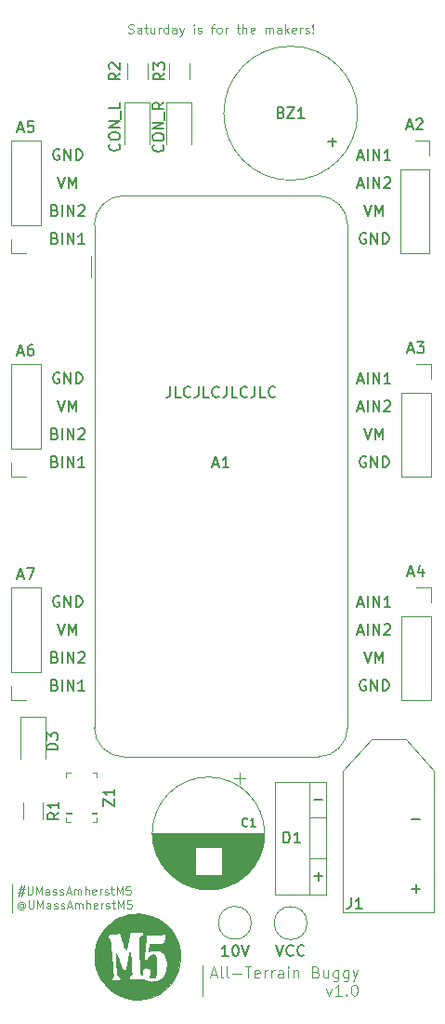
<source format=gbr>
%TF.GenerationSoftware,KiCad,Pcbnew,(5.1.12)-1*%
%TF.CreationDate,2022-01-27T23:25:20+05:30*%
%TF.ProjectId,M5_BuggyProject,4d355f42-7567-4677-9950-726f6a656374,v1.0*%
%TF.SameCoordinates,Original*%
%TF.FileFunction,Legend,Top*%
%TF.FilePolarity,Positive*%
%FSLAX46Y46*%
G04 Gerber Fmt 4.6, Leading zero omitted, Abs format (unit mm)*
G04 Created by KiCad (PCBNEW (5.1.12)-1) date 2022-01-27 23:25:20*
%MOMM*%
%LPD*%
G01*
G04 APERTURE LIST*
%ADD10C,0.150000*%
%ADD11C,0.120000*%
%ADD12C,0.076200*%
%ADD13C,0.063500*%
%ADD14C,0.101600*%
%ADD15C,0.010000*%
%ADD16C,0.100000*%
%ADD17C,0.127000*%
G04 APERTURE END LIST*
D10*
X92408952Y-69048380D02*
X92408952Y-69762666D01*
X92361333Y-69905523D01*
X92266095Y-70000761D01*
X92123238Y-70048380D01*
X92028000Y-70048380D01*
X93361333Y-70048380D02*
X92885142Y-70048380D01*
X92885142Y-69048380D01*
X94266095Y-69953142D02*
X94218476Y-70000761D01*
X94075619Y-70048380D01*
X93980380Y-70048380D01*
X93837523Y-70000761D01*
X93742285Y-69905523D01*
X93694666Y-69810285D01*
X93647047Y-69619809D01*
X93647047Y-69476952D01*
X93694666Y-69286476D01*
X93742285Y-69191238D01*
X93837523Y-69096000D01*
X93980380Y-69048380D01*
X94075619Y-69048380D01*
X94218476Y-69096000D01*
X94266095Y-69143619D01*
X94980380Y-69048380D02*
X94980380Y-69762666D01*
X94932761Y-69905523D01*
X94837523Y-70000761D01*
X94694666Y-70048380D01*
X94599428Y-70048380D01*
X95932761Y-70048380D02*
X95456571Y-70048380D01*
X95456571Y-69048380D01*
X96837523Y-69953142D02*
X96789904Y-70000761D01*
X96647047Y-70048380D01*
X96551809Y-70048380D01*
X96408952Y-70000761D01*
X96313714Y-69905523D01*
X96266095Y-69810285D01*
X96218476Y-69619809D01*
X96218476Y-69476952D01*
X96266095Y-69286476D01*
X96313714Y-69191238D01*
X96408952Y-69096000D01*
X96551809Y-69048380D01*
X96647047Y-69048380D01*
X96789904Y-69096000D01*
X96837523Y-69143619D01*
X97551809Y-69048380D02*
X97551809Y-69762666D01*
X97504190Y-69905523D01*
X97408952Y-70000761D01*
X97266095Y-70048380D01*
X97170857Y-70048380D01*
X98504190Y-70048380D02*
X98028000Y-70048380D01*
X98028000Y-69048380D01*
X99408952Y-69953142D02*
X99361333Y-70000761D01*
X99218476Y-70048380D01*
X99123238Y-70048380D01*
X98980380Y-70000761D01*
X98885142Y-69905523D01*
X98837523Y-69810285D01*
X98789904Y-69619809D01*
X98789904Y-69476952D01*
X98837523Y-69286476D01*
X98885142Y-69191238D01*
X98980380Y-69096000D01*
X99123238Y-69048380D01*
X99218476Y-69048380D01*
X99361333Y-69096000D01*
X99408952Y-69143619D01*
X100123238Y-69048380D02*
X100123238Y-69762666D01*
X100075619Y-69905523D01*
X99980380Y-70000761D01*
X99837523Y-70048380D01*
X99742285Y-70048380D01*
X101075619Y-70048380D02*
X100599428Y-70048380D01*
X100599428Y-69048380D01*
X101980380Y-69953142D02*
X101932761Y-70000761D01*
X101789904Y-70048380D01*
X101694666Y-70048380D01*
X101551809Y-70000761D01*
X101456571Y-69905523D01*
X101408952Y-69810285D01*
X101361333Y-69619809D01*
X101361333Y-69476952D01*
X101408952Y-69286476D01*
X101456571Y-69191238D01*
X101551809Y-69096000D01*
X101694666Y-69048380D01*
X101789904Y-69048380D01*
X101932761Y-69096000D01*
X101980380Y-69143619D01*
X102044666Y-119848380D02*
X102378000Y-120848380D01*
X102711333Y-119848380D01*
X103616095Y-120753142D02*
X103568476Y-120800761D01*
X103425619Y-120848380D01*
X103330380Y-120848380D01*
X103187523Y-120800761D01*
X103092285Y-120705523D01*
X103044666Y-120610285D01*
X102997047Y-120419809D01*
X102997047Y-120276952D01*
X103044666Y-120086476D01*
X103092285Y-119991238D01*
X103187523Y-119896000D01*
X103330380Y-119848380D01*
X103425619Y-119848380D01*
X103568476Y-119896000D01*
X103616095Y-119943619D01*
X104616095Y-120753142D02*
X104568476Y-120800761D01*
X104425619Y-120848380D01*
X104330380Y-120848380D01*
X104187523Y-120800761D01*
X104092285Y-120705523D01*
X104044666Y-120610285D01*
X103997047Y-120419809D01*
X103997047Y-120276952D01*
X104044666Y-120086476D01*
X104092285Y-119991238D01*
X104187523Y-119896000D01*
X104330380Y-119848380D01*
X104425619Y-119848380D01*
X104568476Y-119896000D01*
X104616095Y-119943619D01*
X97678952Y-120848380D02*
X97107523Y-120848380D01*
X97393238Y-120848380D02*
X97393238Y-119848380D01*
X97298000Y-119991238D01*
X97202761Y-120086476D01*
X97107523Y-120134095D01*
X98298000Y-119848380D02*
X98393238Y-119848380D01*
X98488476Y-119896000D01*
X98536095Y-119943619D01*
X98583714Y-120038857D01*
X98631333Y-120229333D01*
X98631333Y-120467428D01*
X98583714Y-120657904D01*
X98536095Y-120753142D01*
X98488476Y-120800761D01*
X98393238Y-120848380D01*
X98298000Y-120848380D01*
X98202761Y-120800761D01*
X98155142Y-120753142D01*
X98107523Y-120657904D01*
X98059904Y-120467428D01*
X98059904Y-120229333D01*
X98107523Y-120038857D01*
X98155142Y-119943619D01*
X98202761Y-119896000D01*
X98298000Y-119848380D01*
X98917047Y-119848380D02*
X99250380Y-120848380D01*
X99583714Y-119848380D01*
X91720942Y-47085047D02*
X91768561Y-47132666D01*
X91816180Y-47275523D01*
X91816180Y-47370761D01*
X91768561Y-47513619D01*
X91673323Y-47608857D01*
X91578085Y-47656476D01*
X91387609Y-47704095D01*
X91244752Y-47704095D01*
X91054276Y-47656476D01*
X90959038Y-47608857D01*
X90863800Y-47513619D01*
X90816180Y-47370761D01*
X90816180Y-47275523D01*
X90863800Y-47132666D01*
X90911419Y-47085047D01*
X90816180Y-46466000D02*
X90816180Y-46275523D01*
X90863800Y-46180285D01*
X90959038Y-46085047D01*
X91149514Y-46037428D01*
X91482847Y-46037428D01*
X91673323Y-46085047D01*
X91768561Y-46180285D01*
X91816180Y-46275523D01*
X91816180Y-46466000D01*
X91768561Y-46561238D01*
X91673323Y-46656476D01*
X91482847Y-46704095D01*
X91149514Y-46704095D01*
X90959038Y-46656476D01*
X90863800Y-46561238D01*
X90816180Y-46466000D01*
X91816180Y-45608857D02*
X90816180Y-45608857D01*
X91816180Y-45037428D01*
X90816180Y-45037428D01*
X91911419Y-44799333D02*
X91911419Y-44037428D01*
X91816180Y-43227904D02*
X91339990Y-43561238D01*
X91816180Y-43799333D02*
X90816180Y-43799333D01*
X90816180Y-43418380D01*
X90863800Y-43323142D01*
X90911419Y-43275523D01*
X91006657Y-43227904D01*
X91149514Y-43227904D01*
X91244752Y-43275523D01*
X91292371Y-43323142D01*
X91339990Y-43418380D01*
X91339990Y-43799333D01*
X87733142Y-46989809D02*
X87780761Y-47037428D01*
X87828380Y-47180285D01*
X87828380Y-47275523D01*
X87780761Y-47418380D01*
X87685523Y-47513619D01*
X87590285Y-47561238D01*
X87399809Y-47608857D01*
X87256952Y-47608857D01*
X87066476Y-47561238D01*
X86971238Y-47513619D01*
X86876000Y-47418380D01*
X86828380Y-47275523D01*
X86828380Y-47180285D01*
X86876000Y-47037428D01*
X86923619Y-46989809D01*
X86828380Y-46370761D02*
X86828380Y-46180285D01*
X86876000Y-46085047D01*
X86971238Y-45989809D01*
X87161714Y-45942190D01*
X87495047Y-45942190D01*
X87685523Y-45989809D01*
X87780761Y-46085047D01*
X87828380Y-46180285D01*
X87828380Y-46370761D01*
X87780761Y-46466000D01*
X87685523Y-46561238D01*
X87495047Y-46608857D01*
X87161714Y-46608857D01*
X86971238Y-46561238D01*
X86876000Y-46466000D01*
X86828380Y-46370761D01*
X87828380Y-45513619D02*
X86828380Y-45513619D01*
X87828380Y-44942190D01*
X86828380Y-44942190D01*
X87923619Y-44704095D02*
X87923619Y-43942190D01*
X87828380Y-43227904D02*
X87828380Y-43704095D01*
X86828380Y-43704095D01*
X105537047Y-106624428D02*
X106298952Y-106624428D01*
X105537047Y-113609428D02*
X106298952Y-113609428D01*
X105918000Y-113990380D02*
X105918000Y-113228476D01*
X114427047Y-108402428D02*
X115188952Y-108402428D01*
X114427047Y-114752428D02*
X115188952Y-114752428D01*
X114808000Y-115133380D02*
X114808000Y-114371476D01*
D11*
X77978000Y-114300000D02*
X77978000Y-116840000D01*
D12*
X78994000Y-116186857D02*
X78957714Y-116150571D01*
X78885142Y-116114285D01*
X78812571Y-116114285D01*
X78740000Y-116150571D01*
X78703714Y-116186857D01*
X78667428Y-116259428D01*
X78667428Y-116332000D01*
X78703714Y-116404571D01*
X78740000Y-116440857D01*
X78812571Y-116477142D01*
X78885142Y-116477142D01*
X78957714Y-116440857D01*
X78994000Y-116404571D01*
X78994000Y-116114285D02*
X78994000Y-116404571D01*
X79030285Y-116440857D01*
X79066571Y-116440857D01*
X79139142Y-116404571D01*
X79175428Y-116332000D01*
X79175428Y-116150571D01*
X79102857Y-116041714D01*
X78994000Y-115969142D01*
X78848857Y-115932857D01*
X78703714Y-115969142D01*
X78594857Y-116041714D01*
X78522285Y-116150571D01*
X78486000Y-116295714D01*
X78522285Y-116440857D01*
X78594857Y-116549714D01*
X78703714Y-116622285D01*
X78848857Y-116658571D01*
X78994000Y-116622285D01*
X79102857Y-116549714D01*
X79502000Y-115787714D02*
X79502000Y-116404571D01*
X79538285Y-116477142D01*
X79574571Y-116513428D01*
X79647142Y-116549714D01*
X79792285Y-116549714D01*
X79864857Y-116513428D01*
X79901142Y-116477142D01*
X79937428Y-116404571D01*
X79937428Y-115787714D01*
X80300285Y-116549714D02*
X80300285Y-115787714D01*
X80554285Y-116332000D01*
X80808285Y-115787714D01*
X80808285Y-116549714D01*
X81497714Y-116549714D02*
X81497714Y-116150571D01*
X81461428Y-116078000D01*
X81388857Y-116041714D01*
X81243714Y-116041714D01*
X81171142Y-116078000D01*
X81497714Y-116513428D02*
X81425142Y-116549714D01*
X81243714Y-116549714D01*
X81171142Y-116513428D01*
X81134857Y-116440857D01*
X81134857Y-116368285D01*
X81171142Y-116295714D01*
X81243714Y-116259428D01*
X81425142Y-116259428D01*
X81497714Y-116223142D01*
X81824285Y-116513428D02*
X81896857Y-116549714D01*
X82042000Y-116549714D01*
X82114571Y-116513428D01*
X82150857Y-116440857D01*
X82150857Y-116404571D01*
X82114571Y-116332000D01*
X82042000Y-116295714D01*
X81933142Y-116295714D01*
X81860571Y-116259428D01*
X81824285Y-116186857D01*
X81824285Y-116150571D01*
X81860571Y-116078000D01*
X81933142Y-116041714D01*
X82042000Y-116041714D01*
X82114571Y-116078000D01*
X82441142Y-116513428D02*
X82513714Y-116549714D01*
X82658857Y-116549714D01*
X82731428Y-116513428D01*
X82767714Y-116440857D01*
X82767714Y-116404571D01*
X82731428Y-116332000D01*
X82658857Y-116295714D01*
X82550000Y-116295714D01*
X82477428Y-116259428D01*
X82441142Y-116186857D01*
X82441142Y-116150571D01*
X82477428Y-116078000D01*
X82550000Y-116041714D01*
X82658857Y-116041714D01*
X82731428Y-116078000D01*
X83058000Y-116332000D02*
X83420857Y-116332000D01*
X82985428Y-116549714D02*
X83239428Y-115787714D01*
X83493428Y-116549714D01*
X83747428Y-116549714D02*
X83747428Y-116041714D01*
X83747428Y-116114285D02*
X83783714Y-116078000D01*
X83856285Y-116041714D01*
X83965142Y-116041714D01*
X84037714Y-116078000D01*
X84074000Y-116150571D01*
X84074000Y-116549714D01*
X84074000Y-116150571D02*
X84110285Y-116078000D01*
X84182857Y-116041714D01*
X84291714Y-116041714D01*
X84364285Y-116078000D01*
X84400571Y-116150571D01*
X84400571Y-116549714D01*
X84763428Y-116549714D02*
X84763428Y-115787714D01*
X85090000Y-116549714D02*
X85090000Y-116150571D01*
X85053714Y-116078000D01*
X84981142Y-116041714D01*
X84872285Y-116041714D01*
X84799714Y-116078000D01*
X84763428Y-116114285D01*
X85743142Y-116513428D02*
X85670571Y-116549714D01*
X85525428Y-116549714D01*
X85452857Y-116513428D01*
X85416571Y-116440857D01*
X85416571Y-116150571D01*
X85452857Y-116078000D01*
X85525428Y-116041714D01*
X85670571Y-116041714D01*
X85743142Y-116078000D01*
X85779428Y-116150571D01*
X85779428Y-116223142D01*
X85416571Y-116295714D01*
X86106000Y-116549714D02*
X86106000Y-116041714D01*
X86106000Y-116186857D02*
X86142285Y-116114285D01*
X86178571Y-116078000D01*
X86251142Y-116041714D01*
X86323714Y-116041714D01*
X86541428Y-116513428D02*
X86614000Y-116549714D01*
X86759142Y-116549714D01*
X86831714Y-116513428D01*
X86868000Y-116440857D01*
X86868000Y-116404571D01*
X86831714Y-116332000D01*
X86759142Y-116295714D01*
X86650285Y-116295714D01*
X86577714Y-116259428D01*
X86541428Y-116186857D01*
X86541428Y-116150571D01*
X86577714Y-116078000D01*
X86650285Y-116041714D01*
X86759142Y-116041714D01*
X86831714Y-116078000D01*
X87085714Y-116041714D02*
X87376000Y-116041714D01*
X87194571Y-115787714D02*
X87194571Y-116440857D01*
X87230857Y-116513428D01*
X87303428Y-116549714D01*
X87376000Y-116549714D01*
X87630000Y-116549714D02*
X87630000Y-115787714D01*
X87884000Y-116332000D01*
X88138000Y-115787714D01*
X88138000Y-116549714D01*
X88863714Y-115787714D02*
X88500857Y-115787714D01*
X88464571Y-116150571D01*
X88500857Y-116114285D01*
X88573428Y-116078000D01*
X88754857Y-116078000D01*
X88827428Y-116114285D01*
X88863714Y-116150571D01*
X88900000Y-116223142D01*
X88900000Y-116404571D01*
X88863714Y-116477142D01*
X88827428Y-116513428D01*
X88754857Y-116549714D01*
X88573428Y-116549714D01*
X88500857Y-116513428D01*
X88464571Y-116477142D01*
X78594857Y-114771714D02*
X79139142Y-114771714D01*
X78812571Y-114445142D02*
X78594857Y-115424857D01*
X79066571Y-115098285D02*
X78522285Y-115098285D01*
X78848857Y-115424857D02*
X79066571Y-114445142D01*
X79393142Y-114517714D02*
X79393142Y-115134571D01*
X79429428Y-115207142D01*
X79465714Y-115243428D01*
X79538285Y-115279714D01*
X79683428Y-115279714D01*
X79756000Y-115243428D01*
X79792285Y-115207142D01*
X79828571Y-115134571D01*
X79828571Y-114517714D01*
X80191428Y-115279714D02*
X80191428Y-114517714D01*
X80445428Y-115062000D01*
X80699428Y-114517714D01*
X80699428Y-115279714D01*
X81388857Y-115279714D02*
X81388857Y-114880571D01*
X81352571Y-114808000D01*
X81280000Y-114771714D01*
X81134857Y-114771714D01*
X81062285Y-114808000D01*
X81388857Y-115243428D02*
X81316285Y-115279714D01*
X81134857Y-115279714D01*
X81062285Y-115243428D01*
X81026000Y-115170857D01*
X81026000Y-115098285D01*
X81062285Y-115025714D01*
X81134857Y-114989428D01*
X81316285Y-114989428D01*
X81388857Y-114953142D01*
X81715428Y-115243428D02*
X81788000Y-115279714D01*
X81933142Y-115279714D01*
X82005714Y-115243428D01*
X82042000Y-115170857D01*
X82042000Y-115134571D01*
X82005714Y-115062000D01*
X81933142Y-115025714D01*
X81824285Y-115025714D01*
X81751714Y-114989428D01*
X81715428Y-114916857D01*
X81715428Y-114880571D01*
X81751714Y-114808000D01*
X81824285Y-114771714D01*
X81933142Y-114771714D01*
X82005714Y-114808000D01*
X82332285Y-115243428D02*
X82404857Y-115279714D01*
X82550000Y-115279714D01*
X82622571Y-115243428D01*
X82658857Y-115170857D01*
X82658857Y-115134571D01*
X82622571Y-115062000D01*
X82550000Y-115025714D01*
X82441142Y-115025714D01*
X82368571Y-114989428D01*
X82332285Y-114916857D01*
X82332285Y-114880571D01*
X82368571Y-114808000D01*
X82441142Y-114771714D01*
X82550000Y-114771714D01*
X82622571Y-114808000D01*
X82949142Y-115062000D02*
X83312000Y-115062000D01*
X82876571Y-115279714D02*
X83130571Y-114517714D01*
X83384571Y-115279714D01*
X83638571Y-115279714D02*
X83638571Y-114771714D01*
X83638571Y-114844285D02*
X83674857Y-114808000D01*
X83747428Y-114771714D01*
X83856285Y-114771714D01*
X83928857Y-114808000D01*
X83965142Y-114880571D01*
X83965142Y-115279714D01*
X83965142Y-114880571D02*
X84001428Y-114808000D01*
X84074000Y-114771714D01*
X84182857Y-114771714D01*
X84255428Y-114808000D01*
X84291714Y-114880571D01*
X84291714Y-115279714D01*
X84654571Y-115279714D02*
X84654571Y-114517714D01*
X84981142Y-115279714D02*
X84981142Y-114880571D01*
X84944857Y-114808000D01*
X84872285Y-114771714D01*
X84763428Y-114771714D01*
X84690857Y-114808000D01*
X84654571Y-114844285D01*
X85634285Y-115243428D02*
X85561714Y-115279714D01*
X85416571Y-115279714D01*
X85344000Y-115243428D01*
X85307714Y-115170857D01*
X85307714Y-114880571D01*
X85344000Y-114808000D01*
X85416571Y-114771714D01*
X85561714Y-114771714D01*
X85634285Y-114808000D01*
X85670571Y-114880571D01*
X85670571Y-114953142D01*
X85307714Y-115025714D01*
X85997142Y-115279714D02*
X85997142Y-114771714D01*
X85997142Y-114916857D02*
X86033428Y-114844285D01*
X86069714Y-114808000D01*
X86142285Y-114771714D01*
X86214857Y-114771714D01*
X86432571Y-115243428D02*
X86505142Y-115279714D01*
X86650285Y-115279714D01*
X86722857Y-115243428D01*
X86759142Y-115170857D01*
X86759142Y-115134571D01*
X86722857Y-115062000D01*
X86650285Y-115025714D01*
X86541428Y-115025714D01*
X86468857Y-114989428D01*
X86432571Y-114916857D01*
X86432571Y-114880571D01*
X86468857Y-114808000D01*
X86541428Y-114771714D01*
X86650285Y-114771714D01*
X86722857Y-114808000D01*
X86976857Y-114771714D02*
X87267142Y-114771714D01*
X87085714Y-114517714D02*
X87085714Y-115170857D01*
X87122000Y-115243428D01*
X87194571Y-115279714D01*
X87267142Y-115279714D01*
X87521142Y-115279714D02*
X87521142Y-114517714D01*
X87775142Y-115062000D01*
X88029142Y-114517714D01*
X88029142Y-115279714D01*
X88754857Y-114517714D02*
X88392000Y-114517714D01*
X88355714Y-114880571D01*
X88392000Y-114844285D01*
X88464571Y-114808000D01*
X88646000Y-114808000D01*
X88718571Y-114844285D01*
X88754857Y-114880571D01*
X88791142Y-114953142D01*
X88791142Y-115134571D01*
X88754857Y-115207142D01*
X88718571Y-115243428D01*
X88646000Y-115279714D01*
X88464571Y-115279714D01*
X88392000Y-115243428D01*
X88355714Y-115207142D01*
D11*
X95377000Y-121920000D02*
X95377000Y-121666000D01*
X95377000Y-121920000D02*
X95377000Y-124460000D01*
D13*
X88609714Y-36904990D02*
X88725828Y-36943695D01*
X88919352Y-36943695D01*
X88996761Y-36904990D01*
X89035466Y-36866285D01*
X89074171Y-36788876D01*
X89074171Y-36711466D01*
X89035466Y-36634057D01*
X88996761Y-36595352D01*
X88919352Y-36556647D01*
X88764533Y-36517942D01*
X88687123Y-36479238D01*
X88648419Y-36440533D01*
X88609714Y-36363123D01*
X88609714Y-36285714D01*
X88648419Y-36208304D01*
X88687123Y-36169600D01*
X88764533Y-36130895D01*
X88958057Y-36130895D01*
X89074171Y-36169600D01*
X89770857Y-36943695D02*
X89770857Y-36517942D01*
X89732152Y-36440533D01*
X89654742Y-36401828D01*
X89499923Y-36401828D01*
X89422514Y-36440533D01*
X89770857Y-36904990D02*
X89693447Y-36943695D01*
X89499923Y-36943695D01*
X89422514Y-36904990D01*
X89383809Y-36827580D01*
X89383809Y-36750171D01*
X89422514Y-36672761D01*
X89499923Y-36634057D01*
X89693447Y-36634057D01*
X89770857Y-36595352D01*
X90041790Y-36401828D02*
X90351428Y-36401828D01*
X90157904Y-36130895D02*
X90157904Y-36827580D01*
X90196609Y-36904990D01*
X90274019Y-36943695D01*
X90351428Y-36943695D01*
X90970704Y-36401828D02*
X90970704Y-36943695D01*
X90622361Y-36401828D02*
X90622361Y-36827580D01*
X90661066Y-36904990D01*
X90738476Y-36943695D01*
X90854590Y-36943695D01*
X90932000Y-36904990D01*
X90970704Y-36866285D01*
X91357752Y-36943695D02*
X91357752Y-36401828D01*
X91357752Y-36556647D02*
X91396457Y-36479238D01*
X91435161Y-36440533D01*
X91512571Y-36401828D01*
X91589980Y-36401828D01*
X92209257Y-36943695D02*
X92209257Y-36130895D01*
X92209257Y-36904990D02*
X92131847Y-36943695D01*
X91977028Y-36943695D01*
X91899619Y-36904990D01*
X91860914Y-36866285D01*
X91822209Y-36788876D01*
X91822209Y-36556647D01*
X91860914Y-36479238D01*
X91899619Y-36440533D01*
X91977028Y-36401828D01*
X92131847Y-36401828D01*
X92209257Y-36440533D01*
X92944647Y-36943695D02*
X92944647Y-36517942D01*
X92905942Y-36440533D01*
X92828533Y-36401828D01*
X92673714Y-36401828D01*
X92596304Y-36440533D01*
X92944647Y-36904990D02*
X92867238Y-36943695D01*
X92673714Y-36943695D01*
X92596304Y-36904990D01*
X92557600Y-36827580D01*
X92557600Y-36750171D01*
X92596304Y-36672761D01*
X92673714Y-36634057D01*
X92867238Y-36634057D01*
X92944647Y-36595352D01*
X93254285Y-36401828D02*
X93447809Y-36943695D01*
X93641333Y-36401828D02*
X93447809Y-36943695D01*
X93370400Y-37137219D01*
X93331695Y-37175923D01*
X93254285Y-37214628D01*
X94570247Y-36943695D02*
X94570247Y-36401828D01*
X94570247Y-36130895D02*
X94531542Y-36169600D01*
X94570247Y-36208304D01*
X94608952Y-36169600D01*
X94570247Y-36130895D01*
X94570247Y-36208304D01*
X94918590Y-36904990D02*
X94996000Y-36943695D01*
X95150819Y-36943695D01*
X95228228Y-36904990D01*
X95266933Y-36827580D01*
X95266933Y-36788876D01*
X95228228Y-36711466D01*
X95150819Y-36672761D01*
X95034704Y-36672761D01*
X94957295Y-36634057D01*
X94918590Y-36556647D01*
X94918590Y-36517942D01*
X94957295Y-36440533D01*
X95034704Y-36401828D01*
X95150819Y-36401828D01*
X95228228Y-36440533D01*
X96118438Y-36401828D02*
X96428076Y-36401828D01*
X96234552Y-36943695D02*
X96234552Y-36247009D01*
X96273257Y-36169600D01*
X96350666Y-36130895D01*
X96428076Y-36130895D01*
X96815123Y-36943695D02*
X96737714Y-36904990D01*
X96699009Y-36866285D01*
X96660304Y-36788876D01*
X96660304Y-36556647D01*
X96699009Y-36479238D01*
X96737714Y-36440533D01*
X96815123Y-36401828D01*
X96931238Y-36401828D01*
X97008647Y-36440533D01*
X97047352Y-36479238D01*
X97086057Y-36556647D01*
X97086057Y-36788876D01*
X97047352Y-36866285D01*
X97008647Y-36904990D01*
X96931238Y-36943695D01*
X96815123Y-36943695D01*
X97434400Y-36943695D02*
X97434400Y-36401828D01*
X97434400Y-36556647D02*
X97473104Y-36479238D01*
X97511809Y-36440533D01*
X97589219Y-36401828D01*
X97666628Y-36401828D01*
X98440723Y-36401828D02*
X98750361Y-36401828D01*
X98556838Y-36130895D02*
X98556838Y-36827580D01*
X98595542Y-36904990D01*
X98672952Y-36943695D01*
X98750361Y-36943695D01*
X99021295Y-36943695D02*
X99021295Y-36130895D01*
X99369638Y-36943695D02*
X99369638Y-36517942D01*
X99330933Y-36440533D01*
X99253523Y-36401828D01*
X99137409Y-36401828D01*
X99060000Y-36440533D01*
X99021295Y-36479238D01*
X100066323Y-36904990D02*
X99988914Y-36943695D01*
X99834095Y-36943695D01*
X99756685Y-36904990D01*
X99717980Y-36827580D01*
X99717980Y-36517942D01*
X99756685Y-36440533D01*
X99834095Y-36401828D01*
X99988914Y-36401828D01*
X100066323Y-36440533D01*
X100105028Y-36517942D01*
X100105028Y-36595352D01*
X99717980Y-36672761D01*
X101072647Y-36943695D02*
X101072647Y-36401828D01*
X101072647Y-36479238D02*
X101111352Y-36440533D01*
X101188761Y-36401828D01*
X101304876Y-36401828D01*
X101382285Y-36440533D01*
X101420990Y-36517942D01*
X101420990Y-36943695D01*
X101420990Y-36517942D02*
X101459695Y-36440533D01*
X101537104Y-36401828D01*
X101653219Y-36401828D01*
X101730628Y-36440533D01*
X101769333Y-36517942D01*
X101769333Y-36943695D01*
X102504723Y-36943695D02*
X102504723Y-36517942D01*
X102466019Y-36440533D01*
X102388609Y-36401828D01*
X102233790Y-36401828D01*
X102156380Y-36440533D01*
X102504723Y-36904990D02*
X102427314Y-36943695D01*
X102233790Y-36943695D01*
X102156380Y-36904990D01*
X102117676Y-36827580D01*
X102117676Y-36750171D01*
X102156380Y-36672761D01*
X102233790Y-36634057D01*
X102427314Y-36634057D01*
X102504723Y-36595352D01*
X102891771Y-36943695D02*
X102891771Y-36130895D01*
X102969180Y-36634057D02*
X103201409Y-36943695D01*
X103201409Y-36401828D02*
X102891771Y-36711466D01*
X103859390Y-36904990D02*
X103781980Y-36943695D01*
X103627161Y-36943695D01*
X103549752Y-36904990D01*
X103511047Y-36827580D01*
X103511047Y-36517942D01*
X103549752Y-36440533D01*
X103627161Y-36401828D01*
X103781980Y-36401828D01*
X103859390Y-36440533D01*
X103898095Y-36517942D01*
X103898095Y-36595352D01*
X103511047Y-36672761D01*
X104246438Y-36943695D02*
X104246438Y-36401828D01*
X104246438Y-36556647D02*
X104285142Y-36479238D01*
X104323847Y-36440533D01*
X104401257Y-36401828D01*
X104478666Y-36401828D01*
X104710895Y-36904990D02*
X104788304Y-36943695D01*
X104943123Y-36943695D01*
X105020533Y-36904990D01*
X105059238Y-36827580D01*
X105059238Y-36788876D01*
X105020533Y-36711466D01*
X104943123Y-36672761D01*
X104827009Y-36672761D01*
X104749600Y-36634057D01*
X104710895Y-36556647D01*
X104710895Y-36517942D01*
X104749600Y-36440533D01*
X104827009Y-36401828D01*
X104943123Y-36401828D01*
X105020533Y-36440533D01*
X105407580Y-36866285D02*
X105446285Y-36904990D01*
X105407580Y-36943695D01*
X105368876Y-36904990D01*
X105407580Y-36866285D01*
X105407580Y-36943695D01*
X105407580Y-36634057D02*
X105368876Y-36169600D01*
X105407580Y-36130895D01*
X105446285Y-36169600D01*
X105407580Y-36634057D01*
X105407580Y-36130895D01*
D14*
X96115293Y-122546533D02*
X96599102Y-122546533D01*
X96018531Y-122836819D02*
X96357198Y-121820819D01*
X96695864Y-122836819D01*
X97179674Y-122836819D02*
X97082912Y-122788438D01*
X97034531Y-122691676D01*
X97034531Y-121820819D01*
X97711864Y-122836819D02*
X97615102Y-122788438D01*
X97566721Y-122691676D01*
X97566721Y-121820819D01*
X98098912Y-122449771D02*
X98873007Y-122449771D01*
X99211674Y-121820819D02*
X99792245Y-121820819D01*
X99501960Y-122836819D02*
X99501960Y-121820819D01*
X100517960Y-122788438D02*
X100421198Y-122836819D01*
X100227674Y-122836819D01*
X100130912Y-122788438D01*
X100082531Y-122691676D01*
X100082531Y-122304628D01*
X100130912Y-122207866D01*
X100227674Y-122159485D01*
X100421198Y-122159485D01*
X100517960Y-122207866D01*
X100566340Y-122304628D01*
X100566340Y-122401390D01*
X100082531Y-122498152D01*
X101001769Y-122836819D02*
X101001769Y-122159485D01*
X101001769Y-122353009D02*
X101050150Y-122256247D01*
X101098531Y-122207866D01*
X101195293Y-122159485D01*
X101292055Y-122159485D01*
X101630721Y-122836819D02*
X101630721Y-122159485D01*
X101630721Y-122353009D02*
X101679102Y-122256247D01*
X101727483Y-122207866D01*
X101824245Y-122159485D01*
X101921007Y-122159485D01*
X102695102Y-122836819D02*
X102695102Y-122304628D01*
X102646721Y-122207866D01*
X102549960Y-122159485D01*
X102356436Y-122159485D01*
X102259674Y-122207866D01*
X102695102Y-122788438D02*
X102598340Y-122836819D01*
X102356436Y-122836819D01*
X102259674Y-122788438D01*
X102211293Y-122691676D01*
X102211293Y-122594914D01*
X102259674Y-122498152D01*
X102356436Y-122449771D01*
X102598340Y-122449771D01*
X102695102Y-122401390D01*
X103178912Y-122836819D02*
X103178912Y-122159485D01*
X103178912Y-121820819D02*
X103130531Y-121869200D01*
X103178912Y-121917580D01*
X103227293Y-121869200D01*
X103178912Y-121820819D01*
X103178912Y-121917580D01*
X103662721Y-122159485D02*
X103662721Y-122836819D01*
X103662721Y-122256247D02*
X103711102Y-122207866D01*
X103807864Y-122159485D01*
X103953007Y-122159485D01*
X104049769Y-122207866D01*
X104098150Y-122304628D01*
X104098150Y-122836819D01*
X105694721Y-122304628D02*
X105839864Y-122353009D01*
X105888245Y-122401390D01*
X105936626Y-122498152D01*
X105936626Y-122643295D01*
X105888245Y-122740057D01*
X105839864Y-122788438D01*
X105743102Y-122836819D01*
X105356055Y-122836819D01*
X105356055Y-121820819D01*
X105694721Y-121820819D01*
X105791483Y-121869200D01*
X105839864Y-121917580D01*
X105888245Y-122014342D01*
X105888245Y-122111104D01*
X105839864Y-122207866D01*
X105791483Y-122256247D01*
X105694721Y-122304628D01*
X105356055Y-122304628D01*
X106807483Y-122159485D02*
X106807483Y-122836819D01*
X106372055Y-122159485D02*
X106372055Y-122691676D01*
X106420436Y-122788438D01*
X106517198Y-122836819D01*
X106662340Y-122836819D01*
X106759102Y-122788438D01*
X106807483Y-122740057D01*
X107726721Y-122159485D02*
X107726721Y-122981961D01*
X107678340Y-123078723D01*
X107629960Y-123127104D01*
X107533198Y-123175485D01*
X107388055Y-123175485D01*
X107291293Y-123127104D01*
X107726721Y-122788438D02*
X107629960Y-122836819D01*
X107436436Y-122836819D01*
X107339674Y-122788438D01*
X107291293Y-122740057D01*
X107242912Y-122643295D01*
X107242912Y-122353009D01*
X107291293Y-122256247D01*
X107339674Y-122207866D01*
X107436436Y-122159485D01*
X107629960Y-122159485D01*
X107726721Y-122207866D01*
X108645960Y-122159485D02*
X108645960Y-122981961D01*
X108597579Y-123078723D01*
X108549198Y-123127104D01*
X108452436Y-123175485D01*
X108307293Y-123175485D01*
X108210531Y-123127104D01*
X108645960Y-122788438D02*
X108549198Y-122836819D01*
X108355674Y-122836819D01*
X108258912Y-122788438D01*
X108210531Y-122740057D01*
X108162150Y-122643295D01*
X108162150Y-122353009D01*
X108210531Y-122256247D01*
X108258912Y-122207866D01*
X108355674Y-122159485D01*
X108549198Y-122159485D01*
X108645960Y-122207866D01*
X109033007Y-122159485D02*
X109274912Y-122836819D01*
X109516817Y-122159485D02*
X109274912Y-122836819D01*
X109178150Y-123078723D01*
X109129769Y-123127104D01*
X109033007Y-123175485D01*
X106613960Y-123785085D02*
X106855864Y-124462419D01*
X107097769Y-123785085D01*
X108017007Y-124462419D02*
X107436436Y-124462419D01*
X107726721Y-124462419D02*
X107726721Y-123446419D01*
X107629960Y-123591561D01*
X107533198Y-123688323D01*
X107436436Y-123736704D01*
X108452436Y-124365657D02*
X108500817Y-124414038D01*
X108452436Y-124462419D01*
X108404055Y-124414038D01*
X108452436Y-124365657D01*
X108452436Y-124462419D01*
X109129769Y-123446419D02*
X109226531Y-123446419D01*
X109323293Y-123494800D01*
X109371674Y-123543180D01*
X109420055Y-123639942D01*
X109468436Y-123833466D01*
X109468436Y-124075371D01*
X109420055Y-124268895D01*
X109371674Y-124365657D01*
X109323293Y-124414038D01*
X109226531Y-124462419D01*
X109129769Y-124462419D01*
X109033007Y-124414038D01*
X108984626Y-124365657D01*
X108936245Y-124268895D01*
X108887864Y-124075371D01*
X108887864Y-123833466D01*
X108936245Y-123639942D01*
X108984626Y-123543180D01*
X109033007Y-123494800D01*
X109129769Y-123446419D01*
D10*
X82296095Y-88146000D02*
X82200857Y-88098380D01*
X82058000Y-88098380D01*
X81915142Y-88146000D01*
X81819904Y-88241238D01*
X81772285Y-88336476D01*
X81724666Y-88526952D01*
X81724666Y-88669809D01*
X81772285Y-88860285D01*
X81819904Y-88955523D01*
X81915142Y-89050761D01*
X82058000Y-89098380D01*
X82153238Y-89098380D01*
X82296095Y-89050761D01*
X82343714Y-89003142D01*
X82343714Y-88669809D01*
X82153238Y-88669809D01*
X82772285Y-89098380D02*
X82772285Y-88098380D01*
X83343714Y-89098380D01*
X83343714Y-88098380D01*
X83819904Y-89098380D02*
X83819904Y-88098380D01*
X84058000Y-88098380D01*
X84200857Y-88146000D01*
X84296095Y-88241238D01*
X84343714Y-88336476D01*
X84391333Y-88526952D01*
X84391333Y-88669809D01*
X84343714Y-88860285D01*
X84296095Y-88955523D01*
X84200857Y-89050761D01*
X84058000Y-89098380D01*
X83819904Y-89098380D01*
X82153238Y-90638380D02*
X82486571Y-91638380D01*
X82819904Y-90638380D01*
X83153238Y-91638380D02*
X83153238Y-90638380D01*
X83486571Y-91352666D01*
X83819904Y-90638380D01*
X83819904Y-91638380D01*
X81891333Y-93654571D02*
X82034190Y-93702190D01*
X82081809Y-93749809D01*
X82129428Y-93845047D01*
X82129428Y-93987904D01*
X82081809Y-94083142D01*
X82034190Y-94130761D01*
X81938952Y-94178380D01*
X81558000Y-94178380D01*
X81558000Y-93178380D01*
X81891333Y-93178380D01*
X81986571Y-93226000D01*
X82034190Y-93273619D01*
X82081809Y-93368857D01*
X82081809Y-93464095D01*
X82034190Y-93559333D01*
X81986571Y-93606952D01*
X81891333Y-93654571D01*
X81558000Y-93654571D01*
X82558000Y-94178380D02*
X82558000Y-93178380D01*
X83034190Y-94178380D02*
X83034190Y-93178380D01*
X83605619Y-94178380D01*
X83605619Y-93178380D01*
X84034190Y-93273619D02*
X84081809Y-93226000D01*
X84177047Y-93178380D01*
X84415142Y-93178380D01*
X84510380Y-93226000D01*
X84558000Y-93273619D01*
X84605619Y-93368857D01*
X84605619Y-93464095D01*
X84558000Y-93606952D01*
X83986571Y-94178380D01*
X84605619Y-94178380D01*
X81891333Y-96194571D02*
X82034190Y-96242190D01*
X82081809Y-96289809D01*
X82129428Y-96385047D01*
X82129428Y-96527904D01*
X82081809Y-96623142D01*
X82034190Y-96670761D01*
X81938952Y-96718380D01*
X81558000Y-96718380D01*
X81558000Y-95718380D01*
X81891333Y-95718380D01*
X81986571Y-95766000D01*
X82034190Y-95813619D01*
X82081809Y-95908857D01*
X82081809Y-96004095D01*
X82034190Y-96099333D01*
X81986571Y-96146952D01*
X81891333Y-96194571D01*
X81558000Y-96194571D01*
X82558000Y-96718380D02*
X82558000Y-95718380D01*
X83034190Y-96718380D02*
X83034190Y-95718380D01*
X83605619Y-96718380D01*
X83605619Y-95718380D01*
X84605619Y-96718380D02*
X84034190Y-96718380D01*
X84319904Y-96718380D02*
X84319904Y-95718380D01*
X84224666Y-95861238D01*
X84129428Y-95956476D01*
X84034190Y-96004095D01*
X82296095Y-67826000D02*
X82200857Y-67778380D01*
X82058000Y-67778380D01*
X81915142Y-67826000D01*
X81819904Y-67921238D01*
X81772285Y-68016476D01*
X81724666Y-68206952D01*
X81724666Y-68349809D01*
X81772285Y-68540285D01*
X81819904Y-68635523D01*
X81915142Y-68730761D01*
X82058000Y-68778380D01*
X82153238Y-68778380D01*
X82296095Y-68730761D01*
X82343714Y-68683142D01*
X82343714Y-68349809D01*
X82153238Y-68349809D01*
X82772285Y-68778380D02*
X82772285Y-67778380D01*
X83343714Y-68778380D01*
X83343714Y-67778380D01*
X83819904Y-68778380D02*
X83819904Y-67778380D01*
X84058000Y-67778380D01*
X84200857Y-67826000D01*
X84296095Y-67921238D01*
X84343714Y-68016476D01*
X84391333Y-68206952D01*
X84391333Y-68349809D01*
X84343714Y-68540285D01*
X84296095Y-68635523D01*
X84200857Y-68730761D01*
X84058000Y-68778380D01*
X83819904Y-68778380D01*
X82153238Y-70318380D02*
X82486571Y-71318380D01*
X82819904Y-70318380D01*
X83153238Y-71318380D02*
X83153238Y-70318380D01*
X83486571Y-71032666D01*
X83819904Y-70318380D01*
X83819904Y-71318380D01*
X81891333Y-73334571D02*
X82034190Y-73382190D01*
X82081809Y-73429809D01*
X82129428Y-73525047D01*
X82129428Y-73667904D01*
X82081809Y-73763142D01*
X82034190Y-73810761D01*
X81938952Y-73858380D01*
X81558000Y-73858380D01*
X81558000Y-72858380D01*
X81891333Y-72858380D01*
X81986571Y-72906000D01*
X82034190Y-72953619D01*
X82081809Y-73048857D01*
X82081809Y-73144095D01*
X82034190Y-73239333D01*
X81986571Y-73286952D01*
X81891333Y-73334571D01*
X81558000Y-73334571D01*
X82558000Y-73858380D02*
X82558000Y-72858380D01*
X83034190Y-73858380D02*
X83034190Y-72858380D01*
X83605619Y-73858380D01*
X83605619Y-72858380D01*
X84034190Y-72953619D02*
X84081809Y-72906000D01*
X84177047Y-72858380D01*
X84415142Y-72858380D01*
X84510380Y-72906000D01*
X84558000Y-72953619D01*
X84605619Y-73048857D01*
X84605619Y-73144095D01*
X84558000Y-73286952D01*
X83986571Y-73858380D01*
X84605619Y-73858380D01*
X81891333Y-75874571D02*
X82034190Y-75922190D01*
X82081809Y-75969809D01*
X82129428Y-76065047D01*
X82129428Y-76207904D01*
X82081809Y-76303142D01*
X82034190Y-76350761D01*
X81938952Y-76398380D01*
X81558000Y-76398380D01*
X81558000Y-75398380D01*
X81891333Y-75398380D01*
X81986571Y-75446000D01*
X82034190Y-75493619D01*
X82081809Y-75588857D01*
X82081809Y-75684095D01*
X82034190Y-75779333D01*
X81986571Y-75826952D01*
X81891333Y-75874571D01*
X81558000Y-75874571D01*
X82558000Y-76398380D02*
X82558000Y-75398380D01*
X83034190Y-76398380D02*
X83034190Y-75398380D01*
X83605619Y-76398380D01*
X83605619Y-75398380D01*
X84605619Y-76398380D02*
X84034190Y-76398380D01*
X84319904Y-76398380D02*
X84319904Y-75398380D01*
X84224666Y-75541238D01*
X84129428Y-75636476D01*
X84034190Y-75684095D01*
X82296095Y-47506000D02*
X82200857Y-47458380D01*
X82058000Y-47458380D01*
X81915142Y-47506000D01*
X81819904Y-47601238D01*
X81772285Y-47696476D01*
X81724666Y-47886952D01*
X81724666Y-48029809D01*
X81772285Y-48220285D01*
X81819904Y-48315523D01*
X81915142Y-48410761D01*
X82058000Y-48458380D01*
X82153238Y-48458380D01*
X82296095Y-48410761D01*
X82343714Y-48363142D01*
X82343714Y-48029809D01*
X82153238Y-48029809D01*
X82772285Y-48458380D02*
X82772285Y-47458380D01*
X83343714Y-48458380D01*
X83343714Y-47458380D01*
X83819904Y-48458380D02*
X83819904Y-47458380D01*
X84058000Y-47458380D01*
X84200857Y-47506000D01*
X84296095Y-47601238D01*
X84343714Y-47696476D01*
X84391333Y-47886952D01*
X84391333Y-48029809D01*
X84343714Y-48220285D01*
X84296095Y-48315523D01*
X84200857Y-48410761D01*
X84058000Y-48458380D01*
X83819904Y-48458380D01*
X82153238Y-49998380D02*
X82486571Y-50998380D01*
X82819904Y-49998380D01*
X83153238Y-50998380D02*
X83153238Y-49998380D01*
X83486571Y-50712666D01*
X83819904Y-49998380D01*
X83819904Y-50998380D01*
X81891333Y-53014571D02*
X82034190Y-53062190D01*
X82081809Y-53109809D01*
X82129428Y-53205047D01*
X82129428Y-53347904D01*
X82081809Y-53443142D01*
X82034190Y-53490761D01*
X81938952Y-53538380D01*
X81558000Y-53538380D01*
X81558000Y-52538380D01*
X81891333Y-52538380D01*
X81986571Y-52586000D01*
X82034190Y-52633619D01*
X82081809Y-52728857D01*
X82081809Y-52824095D01*
X82034190Y-52919333D01*
X81986571Y-52966952D01*
X81891333Y-53014571D01*
X81558000Y-53014571D01*
X82558000Y-53538380D02*
X82558000Y-52538380D01*
X83034190Y-53538380D02*
X83034190Y-52538380D01*
X83605619Y-53538380D01*
X83605619Y-52538380D01*
X84034190Y-52633619D02*
X84081809Y-52586000D01*
X84177047Y-52538380D01*
X84415142Y-52538380D01*
X84510380Y-52586000D01*
X84558000Y-52633619D01*
X84605619Y-52728857D01*
X84605619Y-52824095D01*
X84558000Y-52966952D01*
X83986571Y-53538380D01*
X84605619Y-53538380D01*
X81891333Y-55554571D02*
X82034190Y-55602190D01*
X82081809Y-55649809D01*
X82129428Y-55745047D01*
X82129428Y-55887904D01*
X82081809Y-55983142D01*
X82034190Y-56030761D01*
X81938952Y-56078380D01*
X81558000Y-56078380D01*
X81558000Y-55078380D01*
X81891333Y-55078380D01*
X81986571Y-55126000D01*
X82034190Y-55173619D01*
X82081809Y-55268857D01*
X82081809Y-55364095D01*
X82034190Y-55459333D01*
X81986571Y-55506952D01*
X81891333Y-55554571D01*
X81558000Y-55554571D01*
X82558000Y-56078380D02*
X82558000Y-55078380D01*
X83034190Y-56078380D02*
X83034190Y-55078380D01*
X83605619Y-56078380D01*
X83605619Y-55078380D01*
X84605619Y-56078380D02*
X84034190Y-56078380D01*
X84319904Y-56078380D02*
X84319904Y-55078380D01*
X84224666Y-55221238D01*
X84129428Y-55316476D01*
X84034190Y-55364095D01*
X109521809Y-88812666D02*
X109998000Y-88812666D01*
X109426571Y-89098380D02*
X109759904Y-88098380D01*
X110093238Y-89098380D01*
X110426571Y-89098380D02*
X110426571Y-88098380D01*
X110902761Y-89098380D02*
X110902761Y-88098380D01*
X111474190Y-89098380D01*
X111474190Y-88098380D01*
X112474190Y-89098380D02*
X111902761Y-89098380D01*
X112188476Y-89098380D02*
X112188476Y-88098380D01*
X112093238Y-88241238D01*
X111998000Y-88336476D01*
X111902761Y-88384095D01*
X110236095Y-95766000D02*
X110140857Y-95718380D01*
X109998000Y-95718380D01*
X109855142Y-95766000D01*
X109759904Y-95861238D01*
X109712285Y-95956476D01*
X109664666Y-96146952D01*
X109664666Y-96289809D01*
X109712285Y-96480285D01*
X109759904Y-96575523D01*
X109855142Y-96670761D01*
X109998000Y-96718380D01*
X110093238Y-96718380D01*
X110236095Y-96670761D01*
X110283714Y-96623142D01*
X110283714Y-96289809D01*
X110093238Y-96289809D01*
X110712285Y-96718380D02*
X110712285Y-95718380D01*
X111283714Y-96718380D01*
X111283714Y-95718380D01*
X111759904Y-96718380D02*
X111759904Y-95718380D01*
X111998000Y-95718380D01*
X112140857Y-95766000D01*
X112236095Y-95861238D01*
X112283714Y-95956476D01*
X112331333Y-96146952D01*
X112331333Y-96289809D01*
X112283714Y-96480285D01*
X112236095Y-96575523D01*
X112140857Y-96670761D01*
X111998000Y-96718380D01*
X111759904Y-96718380D01*
X110093238Y-93178380D02*
X110426571Y-94178380D01*
X110759904Y-93178380D01*
X111093238Y-94178380D02*
X111093238Y-93178380D01*
X111426571Y-93892666D01*
X111759904Y-93178380D01*
X111759904Y-94178380D01*
X109521809Y-91352666D02*
X109998000Y-91352666D01*
X109426571Y-91638380D02*
X109759904Y-90638380D01*
X110093238Y-91638380D01*
X110426571Y-91638380D02*
X110426571Y-90638380D01*
X110902761Y-91638380D02*
X110902761Y-90638380D01*
X111474190Y-91638380D01*
X111474190Y-90638380D01*
X111902761Y-90733619D02*
X111950380Y-90686000D01*
X112045619Y-90638380D01*
X112283714Y-90638380D01*
X112378952Y-90686000D01*
X112426571Y-90733619D01*
X112474190Y-90828857D01*
X112474190Y-90924095D01*
X112426571Y-91066952D01*
X111855142Y-91638380D01*
X112474190Y-91638380D01*
X110236095Y-75446000D02*
X110140857Y-75398380D01*
X109998000Y-75398380D01*
X109855142Y-75446000D01*
X109759904Y-75541238D01*
X109712285Y-75636476D01*
X109664666Y-75826952D01*
X109664666Y-75969809D01*
X109712285Y-76160285D01*
X109759904Y-76255523D01*
X109855142Y-76350761D01*
X109998000Y-76398380D01*
X110093238Y-76398380D01*
X110236095Y-76350761D01*
X110283714Y-76303142D01*
X110283714Y-75969809D01*
X110093238Y-75969809D01*
X110712285Y-76398380D02*
X110712285Y-75398380D01*
X111283714Y-76398380D01*
X111283714Y-75398380D01*
X111759904Y-76398380D02*
X111759904Y-75398380D01*
X111998000Y-75398380D01*
X112140857Y-75446000D01*
X112236095Y-75541238D01*
X112283714Y-75636476D01*
X112331333Y-75826952D01*
X112331333Y-75969809D01*
X112283714Y-76160285D01*
X112236095Y-76255523D01*
X112140857Y-76350761D01*
X111998000Y-76398380D01*
X111759904Y-76398380D01*
X110093238Y-72858380D02*
X110426571Y-73858380D01*
X110759904Y-72858380D01*
X111093238Y-73858380D02*
X111093238Y-72858380D01*
X111426571Y-73572666D01*
X111759904Y-72858380D01*
X111759904Y-73858380D01*
X109521809Y-71032666D02*
X109998000Y-71032666D01*
X109426571Y-71318380D02*
X109759904Y-70318380D01*
X110093238Y-71318380D01*
X110426571Y-71318380D02*
X110426571Y-70318380D01*
X110902761Y-71318380D02*
X110902761Y-70318380D01*
X111474190Y-71318380D01*
X111474190Y-70318380D01*
X111902761Y-70413619D02*
X111950380Y-70366000D01*
X112045619Y-70318380D01*
X112283714Y-70318380D01*
X112378952Y-70366000D01*
X112426571Y-70413619D01*
X112474190Y-70508857D01*
X112474190Y-70604095D01*
X112426571Y-70746952D01*
X111855142Y-71318380D01*
X112474190Y-71318380D01*
X109521809Y-68492666D02*
X109998000Y-68492666D01*
X109426571Y-68778380D02*
X109759904Y-67778380D01*
X110093238Y-68778380D01*
X110426571Y-68778380D02*
X110426571Y-67778380D01*
X110902761Y-68778380D02*
X110902761Y-67778380D01*
X111474190Y-68778380D01*
X111474190Y-67778380D01*
X112474190Y-68778380D02*
X111902761Y-68778380D01*
X112188476Y-68778380D02*
X112188476Y-67778380D01*
X112093238Y-67921238D01*
X111998000Y-68016476D01*
X111902761Y-68064095D01*
X110236095Y-55126000D02*
X110140857Y-55078380D01*
X109998000Y-55078380D01*
X109855142Y-55126000D01*
X109759904Y-55221238D01*
X109712285Y-55316476D01*
X109664666Y-55506952D01*
X109664666Y-55649809D01*
X109712285Y-55840285D01*
X109759904Y-55935523D01*
X109855142Y-56030761D01*
X109998000Y-56078380D01*
X110093238Y-56078380D01*
X110236095Y-56030761D01*
X110283714Y-55983142D01*
X110283714Y-55649809D01*
X110093238Y-55649809D01*
X110712285Y-56078380D02*
X110712285Y-55078380D01*
X111283714Y-56078380D01*
X111283714Y-55078380D01*
X111759904Y-56078380D02*
X111759904Y-55078380D01*
X111998000Y-55078380D01*
X112140857Y-55126000D01*
X112236095Y-55221238D01*
X112283714Y-55316476D01*
X112331333Y-55506952D01*
X112331333Y-55649809D01*
X112283714Y-55840285D01*
X112236095Y-55935523D01*
X112140857Y-56030761D01*
X111998000Y-56078380D01*
X111759904Y-56078380D01*
X110093238Y-52538380D02*
X110426571Y-53538380D01*
X110759904Y-52538380D01*
X111093238Y-53538380D02*
X111093238Y-52538380D01*
X111426571Y-53252666D01*
X111759904Y-52538380D01*
X111759904Y-53538380D01*
X109521809Y-50712666D02*
X109998000Y-50712666D01*
X109426571Y-50998380D02*
X109759904Y-49998380D01*
X110093238Y-50998380D01*
X110426571Y-50998380D02*
X110426571Y-49998380D01*
X110902761Y-50998380D02*
X110902761Y-49998380D01*
X111474190Y-50998380D01*
X111474190Y-49998380D01*
X111902761Y-50093619D02*
X111950380Y-50046000D01*
X112045619Y-49998380D01*
X112283714Y-49998380D01*
X112378952Y-50046000D01*
X112426571Y-50093619D01*
X112474190Y-50188857D01*
X112474190Y-50284095D01*
X112426571Y-50426952D01*
X111855142Y-50998380D01*
X112474190Y-50998380D01*
X109521809Y-48172666D02*
X109998000Y-48172666D01*
X109426571Y-48458380D02*
X109759904Y-47458380D01*
X110093238Y-48458380D01*
X110426571Y-48458380D02*
X110426571Y-47458380D01*
X110902761Y-48458380D02*
X110902761Y-47458380D01*
X111474190Y-48458380D01*
X111474190Y-47458380D01*
X112474190Y-48458380D02*
X111902761Y-48458380D01*
X112188476Y-48458380D02*
X112188476Y-47458380D01*
X112093238Y-47601238D01*
X111998000Y-47696476D01*
X111902761Y-47744095D01*
D15*
%TO.C,G\u002A\u002A\u002A*%
G36*
X89890408Y-117020609D02*
G01*
X90280643Y-117089290D01*
X90662047Y-117197719D01*
X91031334Y-117345620D01*
X91111917Y-117384063D01*
X91466792Y-117581136D01*
X91794596Y-117808822D01*
X92094087Y-118064583D01*
X92364025Y-118345884D01*
X92603167Y-118650186D01*
X92810272Y-118974954D01*
X92984100Y-119317650D01*
X93123409Y-119675738D01*
X93226958Y-120046681D01*
X93293506Y-120427942D01*
X93321811Y-120816984D01*
X93310632Y-121211270D01*
X93258729Y-121608263D01*
X93235657Y-121724588D01*
X93133426Y-122104348D01*
X92993687Y-122469047D01*
X92818864Y-122816272D01*
X92611378Y-123143608D01*
X92373651Y-123448640D01*
X92108107Y-123728954D01*
X91817167Y-123982136D01*
X91503253Y-124205772D01*
X91168789Y-124397446D01*
X90816196Y-124554744D01*
X90447896Y-124675252D01*
X90221882Y-124728590D01*
X89959467Y-124771746D01*
X89682908Y-124799331D01*
X89408796Y-124810249D01*
X89153724Y-124803407D01*
X89122250Y-124801110D01*
X88711835Y-124748299D01*
X88316687Y-124656182D01*
X87937707Y-124525141D01*
X87575797Y-124355554D01*
X87231859Y-124147803D01*
X86906795Y-123902266D01*
X86827991Y-123834500D01*
X86576533Y-123589429D01*
X86342205Y-123315051D01*
X86130910Y-123019764D01*
X85948551Y-122711965D01*
X85801032Y-122400054D01*
X85776423Y-122338421D01*
X85645084Y-121943074D01*
X85555754Y-121545934D01*
X85508380Y-121148340D01*
X85502913Y-120751632D01*
X85539302Y-120357148D01*
X85617497Y-119966227D01*
X85737448Y-119580207D01*
X85894358Y-119210242D01*
X85954944Y-119099525D01*
X86721137Y-119099525D01*
X86727605Y-119147269D01*
X86749457Y-119190670D01*
X86792412Y-119246336D01*
X86802886Y-119259013D01*
X86853197Y-119327431D01*
X86893490Y-119396016D01*
X86911241Y-119438588D01*
X86916599Y-119471952D01*
X86925089Y-119543263D01*
X86936330Y-119648281D01*
X86949943Y-119782766D01*
X86965547Y-119942477D01*
X86982762Y-120123173D01*
X87001208Y-120320616D01*
X87020505Y-120530563D01*
X87040274Y-120748775D01*
X87060133Y-120971013D01*
X87079703Y-121193034D01*
X87098605Y-121410599D01*
X87116457Y-121619468D01*
X87132880Y-121815401D01*
X87147494Y-121994156D01*
X87159919Y-122151495D01*
X87169774Y-122283175D01*
X87176680Y-122384958D01*
X87179127Y-122427495D01*
X87184221Y-122533534D01*
X87185744Y-122606598D01*
X87182444Y-122655986D01*
X87173066Y-122690991D01*
X87156357Y-122720912D01*
X87135796Y-122748840D01*
X87072024Y-122850041D01*
X87044748Y-122941103D01*
X87047471Y-123010243D01*
X87056651Y-123049077D01*
X87073001Y-123069662D01*
X87107818Y-123077789D01*
X87172397Y-123079252D01*
X87182046Y-123079255D01*
X87257671Y-123076367D01*
X87354855Y-123068545D01*
X87463941Y-123057050D01*
X87575270Y-123043144D01*
X87679183Y-123028089D01*
X87766023Y-123013145D01*
X87826130Y-122999576D01*
X87845370Y-122992606D01*
X87873850Y-122956055D01*
X87884123Y-122897061D01*
X87874628Y-122832103D01*
X87863172Y-122804720D01*
X87834301Y-122772686D01*
X87781619Y-122730789D01*
X87735585Y-122700113D01*
X87674164Y-122656330D01*
X87627718Y-122612300D01*
X87610732Y-122586832D01*
X87594940Y-122526911D01*
X87578251Y-122430787D01*
X87561319Y-122304560D01*
X87544798Y-122154332D01*
X87529340Y-121986206D01*
X87515598Y-121806282D01*
X87504226Y-121620661D01*
X87501426Y-121565838D01*
X87490340Y-121337010D01*
X87481277Y-121146986D01*
X87474131Y-120992288D01*
X87468795Y-120869439D01*
X87465165Y-120774963D01*
X87463135Y-120705382D01*
X87462598Y-120657221D01*
X87463448Y-120627002D01*
X87465580Y-120611248D01*
X87468888Y-120606483D01*
X87472268Y-120608206D01*
X87483230Y-120631150D01*
X87506892Y-120689302D01*
X87541505Y-120778078D01*
X87585320Y-120892896D01*
X87636585Y-121029171D01*
X87693552Y-121182322D01*
X87750682Y-121337428D01*
X87812200Y-121503616D01*
X87870597Y-121658329D01*
X87923974Y-121796767D01*
X87970436Y-121914131D01*
X88008085Y-122005621D01*
X88035023Y-122066439D01*
X88048619Y-122091070D01*
X88095135Y-122115735D01*
X88165465Y-122124878D01*
X88244522Y-122119670D01*
X88317218Y-122101285D01*
X88368465Y-122070895D01*
X88372979Y-122065860D01*
X88389059Y-122029509D01*
X88410093Y-121956886D01*
X88434970Y-121853615D01*
X88462579Y-121725321D01*
X88491807Y-121577629D01*
X88521545Y-121416164D01*
X88550679Y-121246549D01*
X88578098Y-121074409D01*
X88602692Y-120905370D01*
X88603555Y-120899088D01*
X88625101Y-120744576D01*
X88642599Y-120628491D01*
X88657276Y-120547258D01*
X88670362Y-120497302D01*
X88683087Y-120475047D01*
X88696681Y-120476917D01*
X88712371Y-120499337D01*
X88729151Y-120533798D01*
X88739938Y-120563973D01*
X88750066Y-120607521D01*
X88759852Y-120667862D01*
X88769611Y-120748419D01*
X88779658Y-120852612D01*
X88790310Y-120983862D01*
X88801883Y-121145590D01*
X88814693Y-121341218D01*
X88829055Y-121574166D01*
X88836129Y-121692423D01*
X88848691Y-121902441D01*
X88858934Y-122074189D01*
X88866748Y-122211675D01*
X88872021Y-122318905D01*
X88874645Y-122399886D01*
X88874507Y-122458623D01*
X88871498Y-122499125D01*
X88865507Y-122525398D01*
X88856424Y-122541447D01*
X88844139Y-122551280D01*
X88828540Y-122558903D01*
X88812018Y-122566947D01*
X88734339Y-122615450D01*
X88689646Y-122663957D01*
X88670101Y-122723660D01*
X88667167Y-122773729D01*
X88672177Y-122842925D01*
X88684733Y-122900307D01*
X88690350Y-122913690D01*
X88698126Y-122925961D01*
X88709895Y-122935601D01*
X88730272Y-122942864D01*
X88763872Y-122948004D01*
X88815307Y-122951275D01*
X88889194Y-122952930D01*
X88990145Y-122953224D01*
X89122776Y-122952410D01*
X89291700Y-122950743D01*
X89351809Y-122950097D01*
X89990083Y-122943184D01*
X90127667Y-123019397D01*
X90202593Y-123057180D01*
X90283516Y-123089307D01*
X90380222Y-123118897D01*
X90502498Y-123149072D01*
X90603917Y-123171236D01*
X90708216Y-123181531D01*
X90839691Y-123173149D01*
X91003473Y-123145749D01*
X91010741Y-123144258D01*
X91180907Y-123097593D01*
X91351932Y-123029818D01*
X91514483Y-122946106D01*
X91659227Y-122851628D01*
X91776832Y-122751557D01*
X91831896Y-122689142D01*
X91878513Y-122610239D01*
X91926876Y-122495980D01*
X91974677Y-122353145D01*
X92019608Y-122188518D01*
X92053485Y-122038147D01*
X92071708Y-121941980D01*
X92084107Y-121854924D01*
X92091447Y-121765582D01*
X92094498Y-121662559D01*
X92094026Y-121534458D01*
X92092681Y-121456063D01*
X92085583Y-121100171D01*
X91979818Y-120899088D01*
X91859316Y-120705529D01*
X91721386Y-120549536D01*
X91566709Y-120431834D01*
X91511281Y-120401100D01*
X91451145Y-120372638D01*
X91397021Y-120353763D01*
X91336771Y-120342115D01*
X91258259Y-120335333D01*
X91151508Y-120331121D01*
X90878766Y-120340014D01*
X90609262Y-120381190D01*
X90510850Y-120405090D01*
X90460116Y-120418818D01*
X90475327Y-120191748D01*
X90488082Y-120027394D01*
X90501909Y-119902307D01*
X90517329Y-119813426D01*
X90534865Y-119757687D01*
X90553496Y-119732930D01*
X90581514Y-119728158D01*
X90646235Y-119723819D01*
X90742031Y-119720079D01*
X90863272Y-119717105D01*
X91004330Y-119715064D01*
X91159576Y-119714120D01*
X91191292Y-119714079D01*
X91368521Y-119713827D01*
X91508271Y-119713080D01*
X91615392Y-119711538D01*
X91694738Y-119708899D01*
X91751161Y-119704863D01*
X91789513Y-119699128D01*
X91814647Y-119691394D01*
X91831415Y-119681358D01*
X91839740Y-119673848D01*
X91862052Y-119635051D01*
X91888630Y-119563528D01*
X91917147Y-119468368D01*
X91945278Y-119358662D01*
X91970696Y-119243501D01*
X91991074Y-119131974D01*
X92004086Y-119033173D01*
X92004311Y-119030797D01*
X92007720Y-118933873D01*
X91992671Y-118871485D01*
X91953771Y-118837901D01*
X91885628Y-118827392D01*
X91816162Y-118830830D01*
X91738822Y-118842689D01*
X91671844Y-118861224D01*
X91641965Y-118875147D01*
X91623681Y-118884295D01*
X91597041Y-118891363D01*
X91557523Y-118896472D01*
X91500610Y-118899742D01*
X91421781Y-118901296D01*
X91316517Y-118901254D01*
X91180298Y-118899738D01*
X91008607Y-118896868D01*
X90905023Y-118894905D01*
X90218603Y-118881559D01*
X90205241Y-118934796D01*
X90199446Y-118972042D01*
X90191289Y-119043942D01*
X90181515Y-119142931D01*
X90170870Y-119261445D01*
X90160098Y-119391919D01*
X90159578Y-119398519D01*
X90147161Y-119548416D01*
X90133138Y-119704773D01*
X90118742Y-119854635D01*
X90105207Y-119985046D01*
X90096278Y-120063005D01*
X90065102Y-120321978D01*
X90039655Y-120541556D01*
X90019721Y-120724258D01*
X90005083Y-120872603D01*
X89995528Y-120989110D01*
X89990838Y-121076297D01*
X89990799Y-121136685D01*
X89995196Y-121172791D01*
X90000352Y-121184459D01*
X90038275Y-121204099D01*
X90101827Y-121214864D01*
X90175120Y-121216134D01*
X90242262Y-121207286D01*
X90276163Y-121195244D01*
X90304717Y-121166952D01*
X90343979Y-121111517D01*
X90386306Y-121039943D01*
X90393917Y-121025708D01*
X90482764Y-120886530D01*
X90581679Y-120788316D01*
X90691047Y-120730818D01*
X90811257Y-120713790D01*
X90872106Y-120719781D01*
X90935212Y-120734619D01*
X90987093Y-120758417D01*
X91028927Y-120795122D01*
X91061892Y-120848686D01*
X91087168Y-120923057D01*
X91105930Y-121022185D01*
X91119358Y-121150019D01*
X91128630Y-121310511D01*
X91134923Y-121507608D01*
X91137075Y-121608171D01*
X91140062Y-121787419D01*
X91141185Y-121932370D01*
X91140144Y-122051032D01*
X91136641Y-122151411D01*
X91130375Y-122241516D01*
X91121048Y-122329354D01*
X91108361Y-122422932D01*
X91106020Y-122438828D01*
X91088722Y-122545203D01*
X91070840Y-122637880D01*
X91054284Y-122708010D01*
X91040963Y-122746740D01*
X91038910Y-122749873D01*
X90997836Y-122775347D01*
X90926472Y-122797376D01*
X90836849Y-122813610D01*
X90740997Y-122821698D01*
X90674336Y-122821125D01*
X90561583Y-122814671D01*
X90568530Y-122473334D01*
X90575477Y-122131998D01*
X90507034Y-122054046D01*
X90419297Y-121974634D01*
X90321185Y-121919405D01*
X90225169Y-121895013D01*
X90207885Y-121894416D01*
X90139045Y-121907411D01*
X90058959Y-121940266D01*
X89982082Y-121985028D01*
X89922870Y-122033745D01*
X89900959Y-122063255D01*
X89887741Y-122112243D01*
X89878475Y-122193798D01*
X89874163Y-122298258D01*
X89873979Y-122323210D01*
X89871652Y-122430942D01*
X89863455Y-122501236D01*
X89846983Y-122538845D01*
X89819833Y-122548522D01*
X89779600Y-122535022D01*
X89769487Y-122529806D01*
X89748738Y-122518796D01*
X89730753Y-122507572D01*
X89715272Y-122493173D01*
X89702038Y-122472638D01*
X89690790Y-122443007D01*
X89681269Y-122401318D01*
X89673218Y-122344610D01*
X89666376Y-122269923D01*
X89660484Y-122174295D01*
X89655284Y-122054765D01*
X89650516Y-121908373D01*
X89645922Y-121732157D01*
X89641242Y-121523156D01*
X89636218Y-121278411D01*
X89630590Y-120994958D01*
X89629235Y-120926635D01*
X89624298Y-120676516D01*
X89619602Y-120435953D01*
X89615218Y-120208751D01*
X89611217Y-119998715D01*
X89607669Y-119809651D01*
X89604646Y-119645362D01*
X89602219Y-119509656D01*
X89600460Y-119406335D01*
X89599437Y-119339207D01*
X89599206Y-119317616D01*
X89601332Y-119239834D01*
X89612125Y-119187636D01*
X89636662Y-119144428D01*
X89661337Y-119114493D01*
X89716976Y-119064581D01*
X89777960Y-119028622D01*
X89793360Y-119023083D01*
X89850709Y-118993590D01*
X89890240Y-118951039D01*
X89907833Y-118885595D01*
X89907838Y-118803233D01*
X89892369Y-118721705D01*
X89863540Y-118658762D01*
X89854094Y-118647608D01*
X89839914Y-118634707D01*
X89823044Y-118625164D01*
X89798152Y-118618879D01*
X89759906Y-118615754D01*
X89702973Y-118615690D01*
X89622020Y-118618590D01*
X89511716Y-118624354D01*
X89366728Y-118632883D01*
X89294339Y-118637258D01*
X89113396Y-118649223D01*
X88965879Y-118661098D01*
X88853990Y-118672656D01*
X88779934Y-118683668D01*
X88745915Y-118693905D01*
X88745462Y-118694259D01*
X88717916Y-118733666D01*
X88702460Y-118777604D01*
X88695243Y-118812052D01*
X88680518Y-118882446D01*
X88659431Y-118983292D01*
X88633133Y-119109098D01*
X88602770Y-119254372D01*
X88569492Y-119413619D01*
X88551941Y-119497615D01*
X88517589Y-119661684D01*
X88485477Y-119814411D01*
X88456765Y-119950328D01*
X88432613Y-120063971D01*
X88414180Y-120149875D01*
X88402626Y-120202573D01*
X88399764Y-120214870D01*
X88385965Y-120269847D01*
X88336159Y-120187593D01*
X88266616Y-120057382D01*
X88194495Y-119894454D01*
X88123300Y-119707986D01*
X88056536Y-119507153D01*
X87997922Y-119301952D01*
X87957227Y-119146894D01*
X87925330Y-119027760D01*
X87900495Y-118939471D01*
X87880986Y-118876950D01*
X87865069Y-118835117D01*
X87851007Y-118808894D01*
X87837066Y-118793203D01*
X87821509Y-118782966D01*
X87820365Y-118782349D01*
X87785086Y-118776502D01*
X87715746Y-118775433D01*
X87619696Y-118778484D01*
X87504287Y-118784999D01*
X87376871Y-118794321D01*
X87244798Y-118805792D01*
X87115421Y-118818756D01*
X86996089Y-118832555D01*
X86894154Y-118846532D01*
X86816968Y-118860031D01*
X86771881Y-118872394D01*
X86764634Y-118876716D01*
X86745186Y-118915596D01*
X86729984Y-118981616D01*
X86724336Y-119030830D01*
X86721137Y-119099525D01*
X85954944Y-119099525D01*
X86085112Y-118861653D01*
X86309560Y-118535183D01*
X86564741Y-118233361D01*
X86847694Y-117958719D01*
X87155458Y-117713784D01*
X87485072Y-117501089D01*
X87833576Y-117323161D01*
X88198007Y-117182531D01*
X88306956Y-117148880D01*
X88699619Y-117055812D01*
X89096608Y-117003594D01*
X89494634Y-116991952D01*
X89890408Y-117020609D01*
G37*
X89890408Y-117020609D02*
X90280643Y-117089290D01*
X90662047Y-117197719D01*
X91031334Y-117345620D01*
X91111917Y-117384063D01*
X91466792Y-117581136D01*
X91794596Y-117808822D01*
X92094087Y-118064583D01*
X92364025Y-118345884D01*
X92603167Y-118650186D01*
X92810272Y-118974954D01*
X92984100Y-119317650D01*
X93123409Y-119675738D01*
X93226958Y-120046681D01*
X93293506Y-120427942D01*
X93321811Y-120816984D01*
X93310632Y-121211270D01*
X93258729Y-121608263D01*
X93235657Y-121724588D01*
X93133426Y-122104348D01*
X92993687Y-122469047D01*
X92818864Y-122816272D01*
X92611378Y-123143608D01*
X92373651Y-123448640D01*
X92108107Y-123728954D01*
X91817167Y-123982136D01*
X91503253Y-124205772D01*
X91168789Y-124397446D01*
X90816196Y-124554744D01*
X90447896Y-124675252D01*
X90221882Y-124728590D01*
X89959467Y-124771746D01*
X89682908Y-124799331D01*
X89408796Y-124810249D01*
X89153724Y-124803407D01*
X89122250Y-124801110D01*
X88711835Y-124748299D01*
X88316687Y-124656182D01*
X87937707Y-124525141D01*
X87575797Y-124355554D01*
X87231859Y-124147803D01*
X86906795Y-123902266D01*
X86827991Y-123834500D01*
X86576533Y-123589429D01*
X86342205Y-123315051D01*
X86130910Y-123019764D01*
X85948551Y-122711965D01*
X85801032Y-122400054D01*
X85776423Y-122338421D01*
X85645084Y-121943074D01*
X85555754Y-121545934D01*
X85508380Y-121148340D01*
X85502913Y-120751632D01*
X85539302Y-120357148D01*
X85617497Y-119966227D01*
X85737448Y-119580207D01*
X85894358Y-119210242D01*
X85954944Y-119099525D01*
X86721137Y-119099525D01*
X86727605Y-119147269D01*
X86749457Y-119190670D01*
X86792412Y-119246336D01*
X86802886Y-119259013D01*
X86853197Y-119327431D01*
X86893490Y-119396016D01*
X86911241Y-119438588D01*
X86916599Y-119471952D01*
X86925089Y-119543263D01*
X86936330Y-119648281D01*
X86949943Y-119782766D01*
X86965547Y-119942477D01*
X86982762Y-120123173D01*
X87001208Y-120320616D01*
X87020505Y-120530563D01*
X87040274Y-120748775D01*
X87060133Y-120971013D01*
X87079703Y-121193034D01*
X87098605Y-121410599D01*
X87116457Y-121619468D01*
X87132880Y-121815401D01*
X87147494Y-121994156D01*
X87159919Y-122151495D01*
X87169774Y-122283175D01*
X87176680Y-122384958D01*
X87179127Y-122427495D01*
X87184221Y-122533534D01*
X87185744Y-122606598D01*
X87182444Y-122655986D01*
X87173066Y-122690991D01*
X87156357Y-122720912D01*
X87135796Y-122748840D01*
X87072024Y-122850041D01*
X87044748Y-122941103D01*
X87047471Y-123010243D01*
X87056651Y-123049077D01*
X87073001Y-123069662D01*
X87107818Y-123077789D01*
X87172397Y-123079252D01*
X87182046Y-123079255D01*
X87257671Y-123076367D01*
X87354855Y-123068545D01*
X87463941Y-123057050D01*
X87575270Y-123043144D01*
X87679183Y-123028089D01*
X87766023Y-123013145D01*
X87826130Y-122999576D01*
X87845370Y-122992606D01*
X87873850Y-122956055D01*
X87884123Y-122897061D01*
X87874628Y-122832103D01*
X87863172Y-122804720D01*
X87834301Y-122772686D01*
X87781619Y-122730789D01*
X87735585Y-122700113D01*
X87674164Y-122656330D01*
X87627718Y-122612300D01*
X87610732Y-122586832D01*
X87594940Y-122526911D01*
X87578251Y-122430787D01*
X87561319Y-122304560D01*
X87544798Y-122154332D01*
X87529340Y-121986206D01*
X87515598Y-121806282D01*
X87504226Y-121620661D01*
X87501426Y-121565838D01*
X87490340Y-121337010D01*
X87481277Y-121146986D01*
X87474131Y-120992288D01*
X87468795Y-120869439D01*
X87465165Y-120774963D01*
X87463135Y-120705382D01*
X87462598Y-120657221D01*
X87463448Y-120627002D01*
X87465580Y-120611248D01*
X87468888Y-120606483D01*
X87472268Y-120608206D01*
X87483230Y-120631150D01*
X87506892Y-120689302D01*
X87541505Y-120778078D01*
X87585320Y-120892896D01*
X87636585Y-121029171D01*
X87693552Y-121182322D01*
X87750682Y-121337428D01*
X87812200Y-121503616D01*
X87870597Y-121658329D01*
X87923974Y-121796767D01*
X87970436Y-121914131D01*
X88008085Y-122005621D01*
X88035023Y-122066439D01*
X88048619Y-122091070D01*
X88095135Y-122115735D01*
X88165465Y-122124878D01*
X88244522Y-122119670D01*
X88317218Y-122101285D01*
X88368465Y-122070895D01*
X88372979Y-122065860D01*
X88389059Y-122029509D01*
X88410093Y-121956886D01*
X88434970Y-121853615D01*
X88462579Y-121725321D01*
X88491807Y-121577629D01*
X88521545Y-121416164D01*
X88550679Y-121246549D01*
X88578098Y-121074409D01*
X88602692Y-120905370D01*
X88603555Y-120899088D01*
X88625101Y-120744576D01*
X88642599Y-120628491D01*
X88657276Y-120547258D01*
X88670362Y-120497302D01*
X88683087Y-120475047D01*
X88696681Y-120476917D01*
X88712371Y-120499337D01*
X88729151Y-120533798D01*
X88739938Y-120563973D01*
X88750066Y-120607521D01*
X88759852Y-120667862D01*
X88769611Y-120748419D01*
X88779658Y-120852612D01*
X88790310Y-120983862D01*
X88801883Y-121145590D01*
X88814693Y-121341218D01*
X88829055Y-121574166D01*
X88836129Y-121692423D01*
X88848691Y-121902441D01*
X88858934Y-122074189D01*
X88866748Y-122211675D01*
X88872021Y-122318905D01*
X88874645Y-122399886D01*
X88874507Y-122458623D01*
X88871498Y-122499125D01*
X88865507Y-122525398D01*
X88856424Y-122541447D01*
X88844139Y-122551280D01*
X88828540Y-122558903D01*
X88812018Y-122566947D01*
X88734339Y-122615450D01*
X88689646Y-122663957D01*
X88670101Y-122723660D01*
X88667167Y-122773729D01*
X88672177Y-122842925D01*
X88684733Y-122900307D01*
X88690350Y-122913690D01*
X88698126Y-122925961D01*
X88709895Y-122935601D01*
X88730272Y-122942864D01*
X88763872Y-122948004D01*
X88815307Y-122951275D01*
X88889194Y-122952930D01*
X88990145Y-122953224D01*
X89122776Y-122952410D01*
X89291700Y-122950743D01*
X89351809Y-122950097D01*
X89990083Y-122943184D01*
X90127667Y-123019397D01*
X90202593Y-123057180D01*
X90283516Y-123089307D01*
X90380222Y-123118897D01*
X90502498Y-123149072D01*
X90603917Y-123171236D01*
X90708216Y-123181531D01*
X90839691Y-123173149D01*
X91003473Y-123145749D01*
X91010741Y-123144258D01*
X91180907Y-123097593D01*
X91351932Y-123029818D01*
X91514483Y-122946106D01*
X91659227Y-122851628D01*
X91776832Y-122751557D01*
X91831896Y-122689142D01*
X91878513Y-122610239D01*
X91926876Y-122495980D01*
X91974677Y-122353145D01*
X92019608Y-122188518D01*
X92053485Y-122038147D01*
X92071708Y-121941980D01*
X92084107Y-121854924D01*
X92091447Y-121765582D01*
X92094498Y-121662559D01*
X92094026Y-121534458D01*
X92092681Y-121456063D01*
X92085583Y-121100171D01*
X91979818Y-120899088D01*
X91859316Y-120705529D01*
X91721386Y-120549536D01*
X91566709Y-120431834D01*
X91511281Y-120401100D01*
X91451145Y-120372638D01*
X91397021Y-120353763D01*
X91336771Y-120342115D01*
X91258259Y-120335333D01*
X91151508Y-120331121D01*
X90878766Y-120340014D01*
X90609262Y-120381190D01*
X90510850Y-120405090D01*
X90460116Y-120418818D01*
X90475327Y-120191748D01*
X90488082Y-120027394D01*
X90501909Y-119902307D01*
X90517329Y-119813426D01*
X90534865Y-119757687D01*
X90553496Y-119732930D01*
X90581514Y-119728158D01*
X90646235Y-119723819D01*
X90742031Y-119720079D01*
X90863272Y-119717105D01*
X91004330Y-119715064D01*
X91159576Y-119714120D01*
X91191292Y-119714079D01*
X91368521Y-119713827D01*
X91508271Y-119713080D01*
X91615392Y-119711538D01*
X91694738Y-119708899D01*
X91751161Y-119704863D01*
X91789513Y-119699128D01*
X91814647Y-119691394D01*
X91831415Y-119681358D01*
X91839740Y-119673848D01*
X91862052Y-119635051D01*
X91888630Y-119563528D01*
X91917147Y-119468368D01*
X91945278Y-119358662D01*
X91970696Y-119243501D01*
X91991074Y-119131974D01*
X92004086Y-119033173D01*
X92004311Y-119030797D01*
X92007720Y-118933873D01*
X91992671Y-118871485D01*
X91953771Y-118837901D01*
X91885628Y-118827392D01*
X91816162Y-118830830D01*
X91738822Y-118842689D01*
X91671844Y-118861224D01*
X91641965Y-118875147D01*
X91623681Y-118884295D01*
X91597041Y-118891363D01*
X91557523Y-118896472D01*
X91500610Y-118899742D01*
X91421781Y-118901296D01*
X91316517Y-118901254D01*
X91180298Y-118899738D01*
X91008607Y-118896868D01*
X90905023Y-118894905D01*
X90218603Y-118881559D01*
X90205241Y-118934796D01*
X90199446Y-118972042D01*
X90191289Y-119043942D01*
X90181515Y-119142931D01*
X90170870Y-119261445D01*
X90160098Y-119391919D01*
X90159578Y-119398519D01*
X90147161Y-119548416D01*
X90133138Y-119704773D01*
X90118742Y-119854635D01*
X90105207Y-119985046D01*
X90096278Y-120063005D01*
X90065102Y-120321978D01*
X90039655Y-120541556D01*
X90019721Y-120724258D01*
X90005083Y-120872603D01*
X89995528Y-120989110D01*
X89990838Y-121076297D01*
X89990799Y-121136685D01*
X89995196Y-121172791D01*
X90000352Y-121184459D01*
X90038275Y-121204099D01*
X90101827Y-121214864D01*
X90175120Y-121216134D01*
X90242262Y-121207286D01*
X90276163Y-121195244D01*
X90304717Y-121166952D01*
X90343979Y-121111517D01*
X90386306Y-121039943D01*
X90393917Y-121025708D01*
X90482764Y-120886530D01*
X90581679Y-120788316D01*
X90691047Y-120730818D01*
X90811257Y-120713790D01*
X90872106Y-120719781D01*
X90935212Y-120734619D01*
X90987093Y-120758417D01*
X91028927Y-120795122D01*
X91061892Y-120848686D01*
X91087168Y-120923057D01*
X91105930Y-121022185D01*
X91119358Y-121150019D01*
X91128630Y-121310511D01*
X91134923Y-121507608D01*
X91137075Y-121608171D01*
X91140062Y-121787419D01*
X91141185Y-121932370D01*
X91140144Y-122051032D01*
X91136641Y-122151411D01*
X91130375Y-122241516D01*
X91121048Y-122329354D01*
X91108361Y-122422932D01*
X91106020Y-122438828D01*
X91088722Y-122545203D01*
X91070840Y-122637880D01*
X91054284Y-122708010D01*
X91040963Y-122746740D01*
X91038910Y-122749873D01*
X90997836Y-122775347D01*
X90926472Y-122797376D01*
X90836849Y-122813610D01*
X90740997Y-122821698D01*
X90674336Y-122821125D01*
X90561583Y-122814671D01*
X90568530Y-122473334D01*
X90575477Y-122131998D01*
X90507034Y-122054046D01*
X90419297Y-121974634D01*
X90321185Y-121919405D01*
X90225169Y-121895013D01*
X90207885Y-121894416D01*
X90139045Y-121907411D01*
X90058959Y-121940266D01*
X89982082Y-121985028D01*
X89922870Y-122033745D01*
X89900959Y-122063255D01*
X89887741Y-122112243D01*
X89878475Y-122193798D01*
X89874163Y-122298258D01*
X89873979Y-122323210D01*
X89871652Y-122430942D01*
X89863455Y-122501236D01*
X89846983Y-122538845D01*
X89819833Y-122548522D01*
X89779600Y-122535022D01*
X89769487Y-122529806D01*
X89748738Y-122518796D01*
X89730753Y-122507572D01*
X89715272Y-122493173D01*
X89702038Y-122472638D01*
X89690790Y-122443007D01*
X89681269Y-122401318D01*
X89673218Y-122344610D01*
X89666376Y-122269923D01*
X89660484Y-122174295D01*
X89655284Y-122054765D01*
X89650516Y-121908373D01*
X89645922Y-121732157D01*
X89641242Y-121523156D01*
X89636218Y-121278411D01*
X89630590Y-120994958D01*
X89629235Y-120926635D01*
X89624298Y-120676516D01*
X89619602Y-120435953D01*
X89615218Y-120208751D01*
X89611217Y-119998715D01*
X89607669Y-119809651D01*
X89604646Y-119645362D01*
X89602219Y-119509656D01*
X89600460Y-119406335D01*
X89599437Y-119339207D01*
X89599206Y-119317616D01*
X89601332Y-119239834D01*
X89612125Y-119187636D01*
X89636662Y-119144428D01*
X89661337Y-119114493D01*
X89716976Y-119064581D01*
X89777960Y-119028622D01*
X89793360Y-119023083D01*
X89850709Y-118993590D01*
X89890240Y-118951039D01*
X89907833Y-118885595D01*
X89907838Y-118803233D01*
X89892369Y-118721705D01*
X89863540Y-118658762D01*
X89854094Y-118647608D01*
X89839914Y-118634707D01*
X89823044Y-118625164D01*
X89798152Y-118618879D01*
X89759906Y-118615754D01*
X89702973Y-118615690D01*
X89622020Y-118618590D01*
X89511716Y-118624354D01*
X89366728Y-118632883D01*
X89294339Y-118637258D01*
X89113396Y-118649223D01*
X88965879Y-118661098D01*
X88853990Y-118672656D01*
X88779934Y-118683668D01*
X88745915Y-118693905D01*
X88745462Y-118694259D01*
X88717916Y-118733666D01*
X88702460Y-118777604D01*
X88695243Y-118812052D01*
X88680518Y-118882446D01*
X88659431Y-118983292D01*
X88633133Y-119109098D01*
X88602770Y-119254372D01*
X88569492Y-119413619D01*
X88551941Y-119497615D01*
X88517589Y-119661684D01*
X88485477Y-119814411D01*
X88456765Y-119950328D01*
X88432613Y-120063971D01*
X88414180Y-120149875D01*
X88402626Y-120202573D01*
X88399764Y-120214870D01*
X88385965Y-120269847D01*
X88336159Y-120187593D01*
X88266616Y-120057382D01*
X88194495Y-119894454D01*
X88123300Y-119707986D01*
X88056536Y-119507153D01*
X87997922Y-119301952D01*
X87957227Y-119146894D01*
X87925330Y-119027760D01*
X87900495Y-118939471D01*
X87880986Y-118876950D01*
X87865069Y-118835117D01*
X87851007Y-118808894D01*
X87837066Y-118793203D01*
X87821509Y-118782966D01*
X87820365Y-118782349D01*
X87785086Y-118776502D01*
X87715746Y-118775433D01*
X87619696Y-118778484D01*
X87504287Y-118784999D01*
X87376871Y-118794321D01*
X87244798Y-118805792D01*
X87115421Y-118818756D01*
X86996089Y-118832555D01*
X86894154Y-118846532D01*
X86816968Y-118860031D01*
X86771881Y-118872394D01*
X86764634Y-118876716D01*
X86745186Y-118915596D01*
X86729984Y-118981616D01*
X86724336Y-119030830D01*
X86721137Y-119099525D01*
X85954944Y-119099525D01*
X86085112Y-118861653D01*
X86309560Y-118535183D01*
X86564741Y-118233361D01*
X86847694Y-117958719D01*
X87155458Y-117713784D01*
X87485072Y-117501089D01*
X87833576Y-117323161D01*
X88198007Y-117182531D01*
X88306956Y-117148880D01*
X88699619Y-117055812D01*
X89096608Y-117003594D01*
X89494634Y-116991952D01*
X89890408Y-117020609D01*
D11*
%TO.C,A7*%
X79248000Y-97596000D02*
X77918000Y-97596000D01*
X77918000Y-97596000D02*
X77918000Y-96266000D01*
X77918000Y-94996000D02*
X77918000Y-87316000D01*
X80578000Y-87316000D02*
X77918000Y-87316000D01*
X80578000Y-94996000D02*
X80578000Y-87316000D01*
X80578000Y-94996000D02*
X77918000Y-94996000D01*
%TO.C,C1*%
X101005000Y-109688000D02*
G75*
G03*
X101005000Y-109688000I-5120000J0D01*
G01*
X100965000Y-109688000D02*
X90805000Y-109688000D01*
X100965000Y-109728000D02*
X90805000Y-109728000D01*
X100965000Y-109768000D02*
X90805000Y-109768000D01*
X100964000Y-109808000D02*
X90806000Y-109808000D01*
X100963000Y-109848000D02*
X90807000Y-109848000D01*
X100962000Y-109888000D02*
X90808000Y-109888000D01*
X100960000Y-109928000D02*
X90810000Y-109928000D01*
X100958000Y-109968000D02*
X90812000Y-109968000D01*
X100955000Y-110008000D02*
X90815000Y-110008000D01*
X100953000Y-110048000D02*
X90817000Y-110048000D01*
X100950000Y-110088000D02*
X90820000Y-110088000D01*
X100947000Y-110128000D02*
X90823000Y-110128000D01*
X100943000Y-110168000D02*
X90827000Y-110168000D01*
X100939000Y-110208000D02*
X90831000Y-110208000D01*
X100935000Y-110248000D02*
X90835000Y-110248000D01*
X100930000Y-110288000D02*
X90840000Y-110288000D01*
X100925000Y-110328000D02*
X90845000Y-110328000D01*
X100920000Y-110368000D02*
X90850000Y-110368000D01*
X100915000Y-110409000D02*
X90855000Y-110409000D01*
X100909000Y-110449000D02*
X90861000Y-110449000D01*
X100903000Y-110489000D02*
X90867000Y-110489000D01*
X100896000Y-110529000D02*
X90874000Y-110529000D01*
X100889000Y-110569000D02*
X90881000Y-110569000D01*
X100882000Y-110609000D02*
X90888000Y-110609000D01*
X100875000Y-110649000D02*
X90895000Y-110649000D01*
X100867000Y-110689000D02*
X90903000Y-110689000D01*
X100859000Y-110729000D02*
X90911000Y-110729000D01*
X100850000Y-110769000D02*
X90920000Y-110769000D01*
X100841000Y-110809000D02*
X90929000Y-110809000D01*
X100832000Y-110849000D02*
X90938000Y-110849000D01*
X100823000Y-110889000D02*
X90947000Y-110889000D01*
X100813000Y-110929000D02*
X90957000Y-110929000D01*
X100803000Y-110969000D02*
X97126000Y-110969000D01*
X94644000Y-110969000D02*
X90967000Y-110969000D01*
X100792000Y-111009000D02*
X97126000Y-111009000D01*
X94644000Y-111009000D02*
X90978000Y-111009000D01*
X100782000Y-111049000D02*
X97126000Y-111049000D01*
X94644000Y-111049000D02*
X90988000Y-111049000D01*
X100770000Y-111089000D02*
X97126000Y-111089000D01*
X94644000Y-111089000D02*
X91000000Y-111089000D01*
X100759000Y-111129000D02*
X97126000Y-111129000D01*
X94644000Y-111129000D02*
X91011000Y-111129000D01*
X100747000Y-111169000D02*
X97126000Y-111169000D01*
X94644000Y-111169000D02*
X91023000Y-111169000D01*
X100735000Y-111209000D02*
X97126000Y-111209000D01*
X94644000Y-111209000D02*
X91035000Y-111209000D01*
X100722000Y-111249000D02*
X97126000Y-111249000D01*
X94644000Y-111249000D02*
X91048000Y-111249000D01*
X100709000Y-111289000D02*
X97126000Y-111289000D01*
X94644000Y-111289000D02*
X91061000Y-111289000D01*
X100696000Y-111329000D02*
X97126000Y-111329000D01*
X94644000Y-111329000D02*
X91074000Y-111329000D01*
X100682000Y-111369000D02*
X97126000Y-111369000D01*
X94644000Y-111369000D02*
X91088000Y-111369000D01*
X100668000Y-111409000D02*
X97126000Y-111409000D01*
X94644000Y-111409000D02*
X91102000Y-111409000D01*
X100653000Y-111449000D02*
X97126000Y-111449000D01*
X94644000Y-111449000D02*
X91117000Y-111449000D01*
X100639000Y-111489000D02*
X97126000Y-111489000D01*
X94644000Y-111489000D02*
X91131000Y-111489000D01*
X100623000Y-111529000D02*
X97126000Y-111529000D01*
X94644000Y-111529000D02*
X91147000Y-111529000D01*
X100608000Y-111569000D02*
X97126000Y-111569000D01*
X94644000Y-111569000D02*
X91162000Y-111569000D01*
X100592000Y-111609000D02*
X97126000Y-111609000D01*
X94644000Y-111609000D02*
X91178000Y-111609000D01*
X100575000Y-111649000D02*
X97126000Y-111649000D01*
X94644000Y-111649000D02*
X91195000Y-111649000D01*
X100559000Y-111689000D02*
X97126000Y-111689000D01*
X94644000Y-111689000D02*
X91211000Y-111689000D01*
X100542000Y-111729000D02*
X97126000Y-111729000D01*
X94644000Y-111729000D02*
X91228000Y-111729000D01*
X100524000Y-111769000D02*
X97126000Y-111769000D01*
X94644000Y-111769000D02*
X91246000Y-111769000D01*
X100506000Y-111809000D02*
X97126000Y-111809000D01*
X94644000Y-111809000D02*
X91264000Y-111809000D01*
X100488000Y-111849000D02*
X97126000Y-111849000D01*
X94644000Y-111849000D02*
X91282000Y-111849000D01*
X100469000Y-111889000D02*
X97126000Y-111889000D01*
X94644000Y-111889000D02*
X91301000Y-111889000D01*
X100449000Y-111929000D02*
X97126000Y-111929000D01*
X94644000Y-111929000D02*
X91321000Y-111929000D01*
X100430000Y-111969000D02*
X97126000Y-111969000D01*
X94644000Y-111969000D02*
X91340000Y-111969000D01*
X100410000Y-112009000D02*
X97126000Y-112009000D01*
X94644000Y-112009000D02*
X91360000Y-112009000D01*
X100389000Y-112049000D02*
X97126000Y-112049000D01*
X94644000Y-112049000D02*
X91381000Y-112049000D01*
X100368000Y-112089000D02*
X97126000Y-112089000D01*
X94644000Y-112089000D02*
X91402000Y-112089000D01*
X100347000Y-112129000D02*
X97126000Y-112129000D01*
X94644000Y-112129000D02*
X91423000Y-112129000D01*
X100325000Y-112169000D02*
X97126000Y-112169000D01*
X94644000Y-112169000D02*
X91445000Y-112169000D01*
X100302000Y-112209000D02*
X97126000Y-112209000D01*
X94644000Y-112209000D02*
X91468000Y-112209000D01*
X100280000Y-112249000D02*
X97126000Y-112249000D01*
X94644000Y-112249000D02*
X91490000Y-112249000D01*
X100256000Y-112289000D02*
X97126000Y-112289000D01*
X94644000Y-112289000D02*
X91514000Y-112289000D01*
X100232000Y-112329000D02*
X97126000Y-112329000D01*
X94644000Y-112329000D02*
X91538000Y-112329000D01*
X100208000Y-112369000D02*
X97126000Y-112369000D01*
X94644000Y-112369000D02*
X91562000Y-112369000D01*
X100183000Y-112409000D02*
X97126000Y-112409000D01*
X94644000Y-112409000D02*
X91587000Y-112409000D01*
X100158000Y-112449000D02*
X97126000Y-112449000D01*
X94644000Y-112449000D02*
X91612000Y-112449000D01*
X100132000Y-112489000D02*
X97126000Y-112489000D01*
X94644000Y-112489000D02*
X91638000Y-112489000D01*
X100106000Y-112529000D02*
X97126000Y-112529000D01*
X94644000Y-112529000D02*
X91664000Y-112529000D01*
X100079000Y-112569000D02*
X97126000Y-112569000D01*
X94644000Y-112569000D02*
X91691000Y-112569000D01*
X100051000Y-112609000D02*
X97126000Y-112609000D01*
X94644000Y-112609000D02*
X91719000Y-112609000D01*
X100023000Y-112649000D02*
X97126000Y-112649000D01*
X94644000Y-112649000D02*
X91747000Y-112649000D01*
X99995000Y-112689000D02*
X97126000Y-112689000D01*
X94644000Y-112689000D02*
X91775000Y-112689000D01*
X99965000Y-112729000D02*
X97126000Y-112729000D01*
X94644000Y-112729000D02*
X91805000Y-112729000D01*
X99935000Y-112769000D02*
X97126000Y-112769000D01*
X94644000Y-112769000D02*
X91835000Y-112769000D01*
X99905000Y-112809000D02*
X97126000Y-112809000D01*
X94644000Y-112809000D02*
X91865000Y-112809000D01*
X99874000Y-112849000D02*
X97126000Y-112849000D01*
X94644000Y-112849000D02*
X91896000Y-112849000D01*
X99842000Y-112889000D02*
X97126000Y-112889000D01*
X94644000Y-112889000D02*
X91928000Y-112889000D01*
X99810000Y-112929000D02*
X97126000Y-112929000D01*
X94644000Y-112929000D02*
X91960000Y-112929000D01*
X99777000Y-112969000D02*
X97126000Y-112969000D01*
X94644000Y-112969000D02*
X91993000Y-112969000D01*
X99743000Y-113009000D02*
X97126000Y-113009000D01*
X94644000Y-113009000D02*
X92027000Y-113009000D01*
X99709000Y-113049000D02*
X97126000Y-113049000D01*
X94644000Y-113049000D02*
X92061000Y-113049000D01*
X99674000Y-113089000D02*
X97126000Y-113089000D01*
X94644000Y-113089000D02*
X92096000Y-113089000D01*
X99638000Y-113129000D02*
X97126000Y-113129000D01*
X94644000Y-113129000D02*
X92132000Y-113129000D01*
X99601000Y-113169000D02*
X97126000Y-113169000D01*
X94644000Y-113169000D02*
X92169000Y-113169000D01*
X99564000Y-113209000D02*
X97126000Y-113209000D01*
X94644000Y-113209000D02*
X92206000Y-113209000D01*
X99525000Y-113249000D02*
X97126000Y-113249000D01*
X94644000Y-113249000D02*
X92245000Y-113249000D01*
X99486000Y-113289000D02*
X97126000Y-113289000D01*
X94644000Y-113289000D02*
X92284000Y-113289000D01*
X99446000Y-113329000D02*
X97126000Y-113329000D01*
X94644000Y-113329000D02*
X92324000Y-113329000D01*
X99405000Y-113369000D02*
X97126000Y-113369000D01*
X94644000Y-113369000D02*
X92365000Y-113369000D01*
X99363000Y-113409000D02*
X97126000Y-113409000D01*
X94644000Y-113409000D02*
X92407000Y-113409000D01*
X99321000Y-113449000D02*
X92449000Y-113449000D01*
X99277000Y-113489000D02*
X92493000Y-113489000D01*
X99232000Y-113529000D02*
X92538000Y-113529000D01*
X99186000Y-113569000D02*
X92584000Y-113569000D01*
X99139000Y-113609000D02*
X92631000Y-113609000D01*
X99091000Y-113649000D02*
X92679000Y-113649000D01*
X99041000Y-113689000D02*
X92729000Y-113689000D01*
X98991000Y-113729000D02*
X92779000Y-113729000D01*
X98939000Y-113769000D02*
X92831000Y-113769000D01*
X98885000Y-113809000D02*
X92885000Y-113809000D01*
X98830000Y-113849000D02*
X92940000Y-113849000D01*
X98774000Y-113889000D02*
X92996000Y-113889000D01*
X98715000Y-113929000D02*
X93055000Y-113929000D01*
X98655000Y-113969000D02*
X93115000Y-113969000D01*
X98594000Y-114009000D02*
X93176000Y-114009000D01*
X98530000Y-114049000D02*
X93240000Y-114049000D01*
X98464000Y-114089000D02*
X93306000Y-114089000D01*
X98395000Y-114129000D02*
X93375000Y-114129000D01*
X98324000Y-114169000D02*
X93446000Y-114169000D01*
X98250000Y-114209000D02*
X93520000Y-114209000D01*
X98174000Y-114249000D02*
X93596000Y-114249000D01*
X98094000Y-114289000D02*
X93676000Y-114289000D01*
X98010000Y-114329000D02*
X93760000Y-114329000D01*
X97922000Y-114369000D02*
X93848000Y-114369000D01*
X97829000Y-114409000D02*
X93941000Y-114409000D01*
X97731000Y-114449000D02*
X94039000Y-114449000D01*
X97627000Y-114489000D02*
X94143000Y-114489000D01*
X97515000Y-114529000D02*
X94255000Y-114529000D01*
X97395000Y-114569000D02*
X94375000Y-114569000D01*
X97263000Y-114609000D02*
X94507000Y-114609000D01*
X97115000Y-114649000D02*
X94655000Y-114649000D01*
X96947000Y-114689000D02*
X94823000Y-114689000D01*
X96747000Y-114729000D02*
X95023000Y-114729000D01*
X96484000Y-114769000D02*
X95286000Y-114769000D01*
X98760000Y-104208354D02*
X98760000Y-105208354D01*
X99260000Y-104708354D02*
X98260000Y-104708354D01*
%TO.C,R1*%
X80793000Y-106918936D02*
X80793000Y-108373064D01*
X78973000Y-106918936D02*
X78973000Y-108373064D01*
%TO.C,D1*%
X106622600Y-104989000D02*
X106622600Y-115229000D01*
X101981600Y-104989000D02*
X101981600Y-115229000D01*
X106622600Y-104989000D02*
X101981600Y-104989000D01*
X106622600Y-115229000D02*
X101981600Y-115229000D01*
X105112600Y-104989000D02*
X105112600Y-115229000D01*
X106622600Y-108259000D02*
X105112600Y-108259000D01*
X106622600Y-111960000D02*
X105112600Y-111960000D01*
%TO.C,A6*%
X80578000Y-74676000D02*
X77918000Y-74676000D01*
X80578000Y-74676000D02*
X80578000Y-66996000D01*
X80578000Y-66996000D02*
X77918000Y-66996000D01*
X77918000Y-74676000D02*
X77918000Y-66996000D01*
X77918000Y-77276000D02*
X77918000Y-75946000D01*
X79248000Y-77276000D02*
X77918000Y-77276000D01*
%TO.C,A1*%
X85168000Y-59166000D02*
X85168000Y-57166000D01*
X105918000Y-51706000D02*
X88138000Y-51706000D01*
X105918000Y-102726000D02*
X88138000Y-102726000D01*
X108568000Y-54356000D02*
X108568000Y-100076000D01*
X85488000Y-54356000D02*
X85488000Y-100076000D01*
X88138000Y-102726000D02*
G75*
G02*
X85488000Y-100076000I0J2650000D01*
G01*
X108568000Y-100076000D02*
G75*
G02*
X105918000Y-102726000I-2650000J0D01*
G01*
X85488000Y-54356000D02*
G75*
G02*
X88138000Y-51706000I2650000J0D01*
G01*
X105918000Y-51706000D02*
G75*
G02*
X108568000Y-54356000I0J-2650000D01*
G01*
%TO.C,A4*%
X113478000Y-89916000D02*
X116138000Y-89916000D01*
X113478000Y-89916000D02*
X113478000Y-97596000D01*
X113478000Y-97596000D02*
X116138000Y-97596000D01*
X116138000Y-89916000D02*
X116138000Y-97596000D01*
X116138000Y-87316000D02*
X116138000Y-88646000D01*
X114808000Y-87316000D02*
X116138000Y-87316000D01*
%TO.C,A2*%
X113373001Y-49276000D02*
X116033001Y-49276000D01*
X113373001Y-49276000D02*
X113373001Y-56956000D01*
X113373001Y-56956000D02*
X116033001Y-56956000D01*
X116033001Y-49276000D02*
X116033001Y-56956000D01*
X116033001Y-46676000D02*
X116033001Y-48006000D01*
X114703001Y-46676000D02*
X116033001Y-46676000D01*
%TO.C,A3*%
X114808000Y-66996000D02*
X116138000Y-66996000D01*
X116138000Y-66996000D02*
X116138000Y-68326000D01*
X116138000Y-69596000D02*
X116138000Y-77276000D01*
X113478000Y-77276000D02*
X116138000Y-77276000D01*
X113478000Y-69596000D02*
X113478000Y-77276000D01*
X113478000Y-69596000D02*
X116138000Y-69596000D01*
%TO.C,A5*%
X79248000Y-56956000D02*
X77918000Y-56956000D01*
X77918000Y-56956000D02*
X77918000Y-55626000D01*
X77918000Y-54356000D02*
X77918000Y-46676000D01*
X80578000Y-46676000D02*
X77918000Y-46676000D01*
X80578000Y-54356000D02*
X80578000Y-46676000D01*
X80578000Y-54356000D02*
X77918000Y-54356000D01*
%TO.C,J1*%
X116418000Y-116860000D02*
X116418000Y-104010000D01*
X113868000Y-101160000D02*
X110718000Y-101160000D01*
X108118000Y-104010000D02*
X108118000Y-116860000D01*
X108118000Y-116860000D02*
X116418000Y-116860000D01*
X116418000Y-104010000D02*
X113868000Y-101160000D01*
X110718000Y-101160000D02*
X108118000Y-104010000D01*
D16*
%TO.C,Z1*%
X82928000Y-104176000D02*
X83328000Y-104176000D01*
X82928000Y-104176000D02*
X82928000Y-104576000D01*
X82928000Y-108676000D02*
X82928000Y-108276000D01*
X82928000Y-108676000D02*
X83328000Y-108676000D01*
X85728000Y-108676000D02*
X85328000Y-108676000D01*
X85728000Y-108676000D02*
X85728000Y-108276000D01*
X85728000Y-104176000D02*
X85328000Y-104176000D01*
X85728000Y-104176000D02*
X85728000Y-104576000D01*
X82928460Y-107789980D02*
X82928460Y-107866180D01*
X83393280Y-107789980D02*
X82928460Y-107789980D01*
X83393280Y-107866180D02*
X83393280Y-107789980D01*
X82928460Y-107866180D02*
X83393280Y-107866180D01*
X85730080Y-107789980D02*
X85730080Y-107866180D01*
X85270340Y-107789980D02*
X85730080Y-107789980D01*
X85270340Y-107866180D02*
X85270340Y-107789980D01*
X85730080Y-107866180D02*
X85270340Y-107866180D01*
D11*
%TO.C,BZ1*%
X109488000Y-44196000D02*
G75*
G03*
X109488000Y-44196000I-6100000J0D01*
G01*
%TO.C,R2*%
X90318000Y-41113064D02*
X90318000Y-39658936D01*
X88498000Y-41113064D02*
X88498000Y-39658936D01*
%TO.C,R3*%
X92308000Y-41113064D02*
X92308000Y-39658936D01*
X94128000Y-41113064D02*
X94128000Y-39658936D01*
%TO.C,D2*%
X90543000Y-47066000D02*
X90543000Y-43181000D01*
X90543000Y-43181000D02*
X88273000Y-43181000D01*
X88273000Y-43181000D02*
X88273000Y-47066000D01*
%TO.C,D3*%
X78748000Y-99061000D02*
X78748000Y-102946000D01*
X81018000Y-99061000D02*
X78748000Y-99061000D01*
X81018000Y-102946000D02*
X81018000Y-99061000D01*
%TO.C,D4*%
X94353000Y-47066000D02*
X94353000Y-43181000D01*
X94353000Y-43181000D02*
X92083000Y-43181000D01*
X92083000Y-43181000D02*
X92083000Y-47066000D01*
%TO.C,J2*%
X104878000Y-117856000D02*
G75*
G03*
X104878000Y-117856000I-1500000J0D01*
G01*
%TO.C,J3*%
X99798000Y-117831001D02*
G75*
G03*
X99798000Y-117831001I-1500000J0D01*
G01*
%TO.C,A7*%
D10*
X78533714Y-86272666D02*
X79009904Y-86272666D01*
X78438476Y-86558380D02*
X78771809Y-85558380D01*
X79105142Y-86558380D01*
X79343238Y-85558380D02*
X80009904Y-85558380D01*
X79581333Y-86558380D01*
%TO.C,C1*%
D17*
X99441000Y-108984142D02*
X99404714Y-109020428D01*
X99295857Y-109056714D01*
X99223285Y-109056714D01*
X99114428Y-109020428D01*
X99041857Y-108947857D01*
X99005571Y-108875285D01*
X98969285Y-108730142D01*
X98969285Y-108621285D01*
X99005571Y-108476142D01*
X99041857Y-108403571D01*
X99114428Y-108331000D01*
X99223285Y-108294714D01*
X99295857Y-108294714D01*
X99404714Y-108331000D01*
X99441000Y-108367285D01*
X100166714Y-109056714D02*
X99731285Y-109056714D01*
X99949000Y-109056714D02*
X99949000Y-108294714D01*
X99876428Y-108403571D01*
X99803857Y-108476142D01*
X99731285Y-108512428D01*
%TO.C,R1*%
D10*
X82240380Y-107812666D02*
X81764190Y-108146000D01*
X82240380Y-108384095D02*
X81240380Y-108384095D01*
X81240380Y-108003142D01*
X81288000Y-107907904D01*
X81335619Y-107860285D01*
X81430857Y-107812666D01*
X81573714Y-107812666D01*
X81668952Y-107860285D01*
X81716571Y-107907904D01*
X81764190Y-108003142D01*
X81764190Y-108384095D01*
X82240380Y-106860285D02*
X82240380Y-107431714D01*
X82240380Y-107146000D02*
X81240380Y-107146000D01*
X81383238Y-107241238D01*
X81478476Y-107336476D01*
X81526095Y-107431714D01*
%TO.C,D1*%
X102741504Y-110561380D02*
X102741504Y-109561380D01*
X102979600Y-109561380D01*
X103122457Y-109609000D01*
X103217695Y-109704238D01*
X103265314Y-109799476D01*
X103312933Y-109989952D01*
X103312933Y-110132809D01*
X103265314Y-110323285D01*
X103217695Y-110418523D01*
X103122457Y-110513761D01*
X102979600Y-110561380D01*
X102741504Y-110561380D01*
X104265314Y-110561380D02*
X103693885Y-110561380D01*
X103979600Y-110561380D02*
X103979600Y-109561380D01*
X103884361Y-109704238D01*
X103789123Y-109799476D01*
X103693885Y-109847095D01*
%TO.C,A6*%
X78533714Y-65952666D02*
X79009904Y-65952666D01*
X78438476Y-66238380D02*
X78771809Y-65238380D01*
X79105142Y-66238380D01*
X79867047Y-65238380D02*
X79676571Y-65238380D01*
X79581333Y-65286000D01*
X79533714Y-65333619D01*
X79438476Y-65476476D01*
X79390857Y-65666952D01*
X79390857Y-66047904D01*
X79438476Y-66143142D01*
X79486095Y-66190761D01*
X79581333Y-66238380D01*
X79771809Y-66238380D01*
X79867047Y-66190761D01*
X79914666Y-66143142D01*
X79962285Y-66047904D01*
X79962285Y-65809809D01*
X79914666Y-65714571D01*
X79867047Y-65666952D01*
X79771809Y-65619333D01*
X79581333Y-65619333D01*
X79486095Y-65666952D01*
X79438476Y-65714571D01*
X79390857Y-65809809D01*
%TO.C,A1*%
X96313714Y-76112666D02*
X96789904Y-76112666D01*
X96218476Y-76398380D02*
X96551809Y-75398380D01*
X96885142Y-76398380D01*
X97742285Y-76398380D02*
X97170857Y-76398380D01*
X97456571Y-76398380D02*
X97456571Y-75398380D01*
X97361333Y-75541238D01*
X97266095Y-75636476D01*
X97170857Y-75684095D01*
%TO.C,A4*%
X114093714Y-86042666D02*
X114569904Y-86042666D01*
X113998476Y-86328380D02*
X114331809Y-85328380D01*
X114665142Y-86328380D01*
X115427047Y-85661714D02*
X115427047Y-86328380D01*
X115188952Y-85280761D02*
X114950857Y-85995047D01*
X115569904Y-85995047D01*
%TO.C,A2*%
X113988715Y-45402666D02*
X114464905Y-45402666D01*
X113893477Y-45688380D02*
X114226810Y-44688380D01*
X114560143Y-45688380D01*
X114845858Y-44783619D02*
X114893477Y-44736000D01*
X114988715Y-44688380D01*
X115226810Y-44688380D01*
X115322048Y-44736000D01*
X115369667Y-44783619D01*
X115417286Y-44878857D01*
X115417286Y-44974095D01*
X115369667Y-45116952D01*
X114798239Y-45688380D01*
X115417286Y-45688380D01*
%TO.C,A3*%
X114093714Y-65722666D02*
X114569904Y-65722666D01*
X113998476Y-66008380D02*
X114331809Y-65008380D01*
X114665142Y-66008380D01*
X114903238Y-65008380D02*
X115522285Y-65008380D01*
X115188952Y-65389333D01*
X115331809Y-65389333D01*
X115427047Y-65436952D01*
X115474666Y-65484571D01*
X115522285Y-65579809D01*
X115522285Y-65817904D01*
X115474666Y-65913142D01*
X115427047Y-65960761D01*
X115331809Y-66008380D01*
X115046095Y-66008380D01*
X114950857Y-65960761D01*
X114903238Y-65913142D01*
%TO.C,A5*%
X78533714Y-45632666D02*
X79009904Y-45632666D01*
X78438476Y-45918380D02*
X78771809Y-44918380D01*
X79105142Y-45918380D01*
X79914666Y-44918380D02*
X79438476Y-44918380D01*
X79390857Y-45394571D01*
X79438476Y-45346952D01*
X79533714Y-45299333D01*
X79771809Y-45299333D01*
X79867047Y-45346952D01*
X79914666Y-45394571D01*
X79962285Y-45489809D01*
X79962285Y-45727904D01*
X79914666Y-45823142D01*
X79867047Y-45870761D01*
X79771809Y-45918380D01*
X79533714Y-45918380D01*
X79438476Y-45870761D01*
X79390857Y-45823142D01*
%TO.C,J1*%
X108886666Y-115530380D02*
X108886666Y-116244666D01*
X108839047Y-116387523D01*
X108743809Y-116482761D01*
X108600952Y-116530380D01*
X108505714Y-116530380D01*
X109886666Y-116530380D02*
X109315238Y-116530380D01*
X109600952Y-116530380D02*
X109600952Y-115530380D01*
X109505714Y-115673238D01*
X109410476Y-115768476D01*
X109315238Y-115816095D01*
%TO.C,Z1*%
X86320380Y-107235523D02*
X86320380Y-106568857D01*
X87320380Y-107235523D01*
X87320380Y-106568857D01*
X87320380Y-105664095D02*
X87320380Y-106235523D01*
X87320380Y-105949809D02*
X86320380Y-105949809D01*
X86463238Y-106045047D01*
X86558476Y-106140285D01*
X86606095Y-106235523D01*
%TO.C,BZ1*%
X102507047Y-44124571D02*
X102649904Y-44172190D01*
X102697523Y-44219809D01*
X102745142Y-44315047D01*
X102745142Y-44457904D01*
X102697523Y-44553142D01*
X102649904Y-44600761D01*
X102554666Y-44648380D01*
X102173714Y-44648380D01*
X102173714Y-43648380D01*
X102507047Y-43648380D01*
X102602285Y-43696000D01*
X102649904Y-43743619D01*
X102697523Y-43838857D01*
X102697523Y-43934095D01*
X102649904Y-44029333D01*
X102602285Y-44076952D01*
X102507047Y-44124571D01*
X102173714Y-44124571D01*
X103078476Y-43648380D02*
X103745142Y-43648380D01*
X103078476Y-44648380D01*
X103745142Y-44648380D01*
X104649904Y-44648380D02*
X104078476Y-44648380D01*
X104364190Y-44648380D02*
X104364190Y-43648380D01*
X104268952Y-43791238D01*
X104173714Y-43886476D01*
X104078476Y-43934095D01*
X106817047Y-46807428D02*
X107578952Y-46807428D01*
X107198000Y-47188380D02*
X107198000Y-46426476D01*
%TO.C,R2*%
X87828380Y-40552666D02*
X87352190Y-40886000D01*
X87828380Y-41124095D02*
X86828380Y-41124095D01*
X86828380Y-40743142D01*
X86876000Y-40647904D01*
X86923619Y-40600285D01*
X87018857Y-40552666D01*
X87161714Y-40552666D01*
X87256952Y-40600285D01*
X87304571Y-40647904D01*
X87352190Y-40743142D01*
X87352190Y-41124095D01*
X86923619Y-40171714D02*
X86876000Y-40124095D01*
X86828380Y-40028857D01*
X86828380Y-39790761D01*
X86876000Y-39695523D01*
X86923619Y-39647904D01*
X87018857Y-39600285D01*
X87114095Y-39600285D01*
X87256952Y-39647904D01*
X87828380Y-40219333D01*
X87828380Y-39600285D01*
%TO.C,R3*%
X91892380Y-40552666D02*
X91416190Y-40886000D01*
X91892380Y-41124095D02*
X90892380Y-41124095D01*
X90892380Y-40743142D01*
X90940000Y-40647904D01*
X90987619Y-40600285D01*
X91082857Y-40552666D01*
X91225714Y-40552666D01*
X91320952Y-40600285D01*
X91368571Y-40647904D01*
X91416190Y-40743142D01*
X91416190Y-41124095D01*
X90892380Y-40219333D02*
X90892380Y-39600285D01*
X91273333Y-39933619D01*
X91273333Y-39790761D01*
X91320952Y-39695523D01*
X91368571Y-39647904D01*
X91463809Y-39600285D01*
X91701904Y-39600285D01*
X91797142Y-39647904D01*
X91844761Y-39695523D01*
X91892380Y-39790761D01*
X91892380Y-40076476D01*
X91844761Y-40171714D01*
X91797142Y-40219333D01*
%TO.C,D3*%
X82155380Y-102084095D02*
X81155380Y-102084095D01*
X81155380Y-101846000D01*
X81203000Y-101703142D01*
X81298238Y-101607904D01*
X81393476Y-101560285D01*
X81583952Y-101512666D01*
X81726809Y-101512666D01*
X81917285Y-101560285D01*
X82012523Y-101607904D01*
X82107761Y-101703142D01*
X82155380Y-101846000D01*
X82155380Y-102084095D01*
X81155380Y-101179333D02*
X81155380Y-100560285D01*
X81536333Y-100893619D01*
X81536333Y-100750761D01*
X81583952Y-100655523D01*
X81631571Y-100607904D01*
X81726809Y-100560285D01*
X81964904Y-100560285D01*
X82060142Y-100607904D01*
X82107761Y-100655523D01*
X82155380Y-100750761D01*
X82155380Y-101036476D01*
X82107761Y-101131714D01*
X82060142Y-101179333D01*
%TD*%
M02*

</source>
